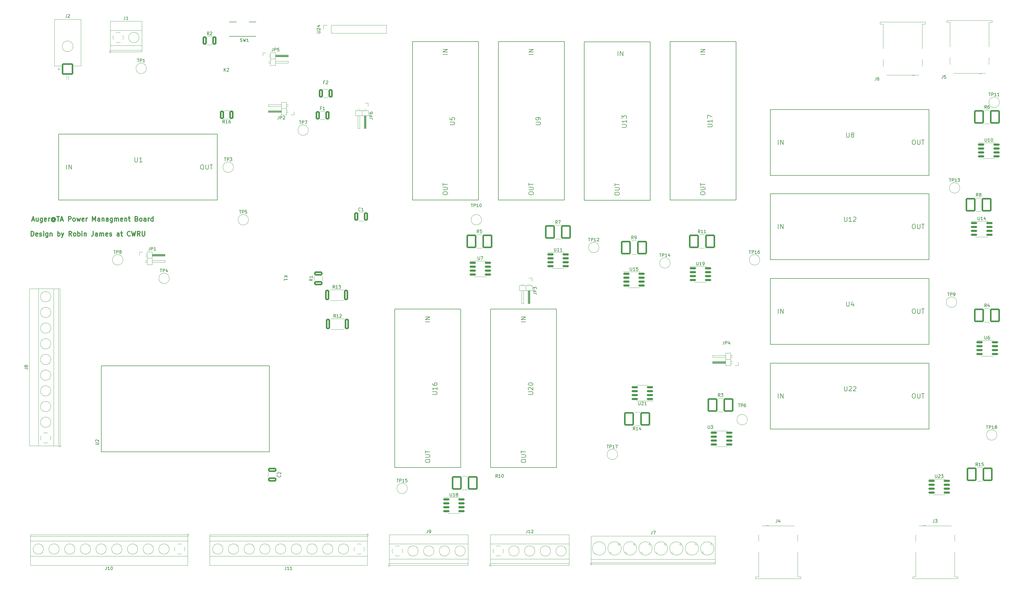
<source format=gto>
%TF.GenerationSoftware,KiCad,Pcbnew,6.0.2+dfsg-1*%
%TF.CreationDate,2022-08-26T13:51:31-04:00*%
%TF.ProjectId,augertapowermanagement,61756765-7274-4617-906f-7765726d616e,rev?*%
%TF.SameCoordinates,Original*%
%TF.FileFunction,Legend,Top*%
%TF.FilePolarity,Positive*%
%FSLAX46Y46*%
G04 Gerber Fmt 4.6, Leading zero omitted, Abs format (unit mm)*
G04 Created by KiCad (PCBNEW 6.0.2+dfsg-1) date 2022-08-26 13:51:31*
%MOMM*%
%LPD*%
G01*
G04 APERTURE LIST*
G04 Aperture macros list*
%AMRoundRect*
0 Rectangle with rounded corners*
0 $1 Rounding radius*
0 $2 $3 $4 $5 $6 $7 $8 $9 X,Y pos of 4 corners*
0 Add a 4 corners polygon primitive as box body*
4,1,4,$2,$3,$4,$5,$6,$7,$8,$9,$2,$3,0*
0 Add four circle primitives for the rounded corners*
1,1,$1+$1,$2,$3*
1,1,$1+$1,$4,$5*
1,1,$1+$1,$6,$7*
1,1,$1+$1,$8,$9*
0 Add four rect primitives between the rounded corners*
20,1,$1+$1,$2,$3,$4,$5,0*
20,1,$1+$1,$4,$5,$6,$7,0*
20,1,$1+$1,$6,$7,$8,$9,0*
20,1,$1+$1,$8,$9,$2,$3,0*%
G04 Aperture macros list end*
%ADD10C,0.300000*%
%ADD11C,0.150000*%
%ADD12C,0.120000*%
%ADD13C,0.127000*%
%ADD14R,4.572000X4.572000*%
%ADD15RoundRect,0.150000X-0.825000X-0.150000X0.825000X-0.150000X0.825000X0.150000X-0.825000X0.150000X0*%
%ADD16R,2.600000X2.600000*%
%ADD17C,2.600000*%
%ADD18C,3.000000*%
%ADD19R,1.350000X1.350000*%
%ADD20O,1.350000X1.350000*%
%ADD21RoundRect,0.250002X-1.599998X-1.599998X1.599998X-1.599998X1.599998X1.599998X-1.599998X1.599998X0*%
%ADD22C,3.700000*%
%ADD23RoundRect,0.250000X-1.350000X-1.975000X1.350000X-1.975000X1.350000X1.975000X-1.350000X1.975000X0*%
%ADD24C,2.400000*%
%ADD25RoundRect,0.250000X-0.412500X-1.100000X0.412500X-1.100000X0.412500X1.100000X-0.412500X1.100000X0*%
%ADD26RoundRect,0.250000X1.075000X-0.400000X1.075000X0.400000X-1.075000X0.400000X-1.075000X-0.400000X0*%
%ADD27RoundRect,0.250000X-0.400000X-1.075000X0.400000X-1.075000X0.400000X1.075000X-0.400000X1.075000X0*%
%ADD28RoundRect,0.250000X1.350000X1.975000X-1.350000X1.975000X-1.350000X-1.975000X1.350000X-1.975000X0*%
%ADD29RoundRect,0.250000X-1.100000X0.412500X-1.100000X-0.412500X1.100000X-0.412500X1.100000X0.412500X0*%
%ADD30R,1.500000X1.500000*%
%ADD31C,1.500000*%
%ADD32RoundRect,0.249999X-0.450001X-1.425001X0.450001X-1.425001X0.450001X1.425001X-0.450001X1.425001X0*%
%ADD33O,2.200000X3.500000*%
%ADD34R,1.500000X2.500000*%
%ADD35O,1.500000X2.500000*%
%ADD36R,1.700000X1.700000*%
%ADD37O,1.700000X1.700000*%
%ADD38RoundRect,0.250000X0.400000X1.075000X-0.400000X1.075000X-0.400000X-1.075000X0.400000X-1.075000X0*%
%ADD39R,1.560000X1.560000*%
%ADD40C,1.560000*%
%ADD41RoundRect,0.150000X0.825000X0.150000X-0.825000X0.150000X-0.825000X-0.150000X0.825000X-0.150000X0*%
G04 APERTURE END LIST*
D10*
X47799883Y-110278571D02*
X47799883Y-108778571D01*
X48157026Y-108778571D01*
X48371311Y-108850000D01*
X48514168Y-108992857D01*
X48585597Y-109135714D01*
X48657026Y-109421428D01*
X48657026Y-109635714D01*
X48585597Y-109921428D01*
X48514168Y-110064285D01*
X48371311Y-110207142D01*
X48157026Y-110278571D01*
X47799883Y-110278571D01*
X49871311Y-110207142D02*
X49728454Y-110278571D01*
X49442740Y-110278571D01*
X49299883Y-110207142D01*
X49228454Y-110064285D01*
X49228454Y-109492857D01*
X49299883Y-109350000D01*
X49442740Y-109278571D01*
X49728454Y-109278571D01*
X49871311Y-109350000D01*
X49942740Y-109492857D01*
X49942740Y-109635714D01*
X49228454Y-109778571D01*
X50514168Y-110207142D02*
X50657026Y-110278571D01*
X50942740Y-110278571D01*
X51085597Y-110207142D01*
X51157026Y-110064285D01*
X51157026Y-109992857D01*
X51085597Y-109850000D01*
X50942740Y-109778571D01*
X50728454Y-109778571D01*
X50585597Y-109707142D01*
X50514168Y-109564285D01*
X50514168Y-109492857D01*
X50585597Y-109350000D01*
X50728454Y-109278571D01*
X50942740Y-109278571D01*
X51085597Y-109350000D01*
X51799883Y-110278571D02*
X51799883Y-109278571D01*
X51799883Y-108778571D02*
X51728454Y-108850000D01*
X51799883Y-108921428D01*
X51871311Y-108850000D01*
X51799883Y-108778571D01*
X51799883Y-108921428D01*
X53157026Y-109278571D02*
X53157026Y-110492857D01*
X53085597Y-110635714D01*
X53014168Y-110707142D01*
X52871311Y-110778571D01*
X52657026Y-110778571D01*
X52514168Y-110707142D01*
X53157026Y-110207142D02*
X53014168Y-110278571D01*
X52728454Y-110278571D01*
X52585597Y-110207142D01*
X52514168Y-110135714D01*
X52442740Y-109992857D01*
X52442740Y-109564285D01*
X52514168Y-109421428D01*
X52585597Y-109350000D01*
X52728454Y-109278571D01*
X53014168Y-109278571D01*
X53157026Y-109350000D01*
X53871311Y-109278571D02*
X53871311Y-110278571D01*
X53871311Y-109421428D02*
X53942740Y-109350000D01*
X54085597Y-109278571D01*
X54299883Y-109278571D01*
X54442740Y-109350000D01*
X54514168Y-109492857D01*
X54514168Y-110278571D01*
X56371311Y-110278571D02*
X56371311Y-108778571D01*
X56371311Y-109350000D02*
X56514168Y-109278571D01*
X56799883Y-109278571D01*
X56942740Y-109350000D01*
X57014168Y-109421428D01*
X57085597Y-109564285D01*
X57085597Y-109992857D01*
X57014168Y-110135714D01*
X56942740Y-110207142D01*
X56799883Y-110278571D01*
X56514168Y-110278571D01*
X56371311Y-110207142D01*
X57585597Y-109278571D02*
X57942740Y-110278571D01*
X58299883Y-109278571D02*
X57942740Y-110278571D01*
X57799883Y-110635714D01*
X57728454Y-110707142D01*
X57585597Y-110778571D01*
X60871311Y-110278571D02*
X60371311Y-109564285D01*
X60014168Y-110278571D02*
X60014168Y-108778571D01*
X60585597Y-108778571D01*
X60728454Y-108850000D01*
X60799883Y-108921428D01*
X60871311Y-109064285D01*
X60871311Y-109278571D01*
X60799883Y-109421428D01*
X60728454Y-109492857D01*
X60585597Y-109564285D01*
X60014168Y-109564285D01*
X61728454Y-110278571D02*
X61585597Y-110207142D01*
X61514168Y-110135714D01*
X61442740Y-109992857D01*
X61442740Y-109564285D01*
X61514168Y-109421428D01*
X61585597Y-109350000D01*
X61728454Y-109278571D01*
X61942740Y-109278571D01*
X62085597Y-109350000D01*
X62157026Y-109421428D01*
X62228454Y-109564285D01*
X62228454Y-109992857D01*
X62157026Y-110135714D01*
X62085597Y-110207142D01*
X61942740Y-110278571D01*
X61728454Y-110278571D01*
X62871311Y-110278571D02*
X62871311Y-108778571D01*
X62871311Y-109350000D02*
X63014168Y-109278571D01*
X63299883Y-109278571D01*
X63442740Y-109350000D01*
X63514168Y-109421428D01*
X63585597Y-109564285D01*
X63585597Y-109992857D01*
X63514168Y-110135714D01*
X63442740Y-110207142D01*
X63299883Y-110278571D01*
X63014168Y-110278571D01*
X62871311Y-110207142D01*
X64228454Y-110278571D02*
X64228454Y-109278571D01*
X64228454Y-108778571D02*
X64157025Y-108850000D01*
X64228454Y-108921428D01*
X64299883Y-108850000D01*
X64228454Y-108778571D01*
X64228454Y-108921428D01*
X64942740Y-109278571D02*
X64942740Y-110278571D01*
X64942740Y-109421428D02*
X65014168Y-109350000D01*
X65157025Y-109278571D01*
X65371311Y-109278571D01*
X65514168Y-109350000D01*
X65585597Y-109492857D01*
X65585597Y-110278571D01*
X67871311Y-108778571D02*
X67871311Y-109850000D01*
X67799883Y-110064285D01*
X67657026Y-110207142D01*
X67442740Y-110278571D01*
X67299883Y-110278571D01*
X69228454Y-110278571D02*
X69228454Y-109492857D01*
X69157026Y-109350000D01*
X69014168Y-109278571D01*
X68728454Y-109278571D01*
X68585597Y-109350000D01*
X69228454Y-110207142D02*
X69085597Y-110278571D01*
X68728454Y-110278571D01*
X68585597Y-110207142D01*
X68514168Y-110064285D01*
X68514168Y-109921428D01*
X68585597Y-109778571D01*
X68728454Y-109707142D01*
X69085597Y-109707142D01*
X69228454Y-109635714D01*
X69942740Y-110278571D02*
X69942740Y-109278571D01*
X69942740Y-109421428D02*
X70014168Y-109350000D01*
X70157026Y-109278571D01*
X70371311Y-109278571D01*
X70514168Y-109350000D01*
X70585597Y-109492857D01*
X70585597Y-110278571D01*
X70585597Y-109492857D02*
X70657026Y-109350000D01*
X70799883Y-109278571D01*
X71014168Y-109278571D01*
X71157026Y-109350000D01*
X71228454Y-109492857D01*
X71228454Y-110278571D01*
X72514168Y-110207142D02*
X72371311Y-110278571D01*
X72085597Y-110278571D01*
X71942740Y-110207142D01*
X71871311Y-110064285D01*
X71871311Y-109492857D01*
X71942740Y-109350000D01*
X72085597Y-109278571D01*
X72371311Y-109278571D01*
X72514168Y-109350000D01*
X72585597Y-109492857D01*
X72585597Y-109635714D01*
X71871311Y-109778571D01*
X73157026Y-110207142D02*
X73299883Y-110278571D01*
X73585597Y-110278571D01*
X73728454Y-110207142D01*
X73799883Y-110064285D01*
X73799883Y-109992857D01*
X73728454Y-109850000D01*
X73585597Y-109778571D01*
X73371311Y-109778571D01*
X73228454Y-109707142D01*
X73157026Y-109564285D01*
X73157026Y-109492857D01*
X73228454Y-109350000D01*
X73371311Y-109278571D01*
X73585597Y-109278571D01*
X73728454Y-109350000D01*
X76228454Y-110278571D02*
X76228454Y-109492857D01*
X76157026Y-109350000D01*
X76014168Y-109278571D01*
X75728454Y-109278571D01*
X75585597Y-109350000D01*
X76228454Y-110207142D02*
X76085597Y-110278571D01*
X75728454Y-110278571D01*
X75585597Y-110207142D01*
X75514168Y-110064285D01*
X75514168Y-109921428D01*
X75585597Y-109778571D01*
X75728454Y-109707142D01*
X76085597Y-109707142D01*
X76228454Y-109635714D01*
X76728454Y-109278571D02*
X77299883Y-109278571D01*
X76942740Y-108778571D02*
X76942740Y-110064285D01*
X77014168Y-110207142D01*
X77157026Y-110278571D01*
X77299883Y-110278571D01*
X79799883Y-110135714D02*
X79728454Y-110207142D01*
X79514168Y-110278571D01*
X79371311Y-110278571D01*
X79157026Y-110207142D01*
X79014168Y-110064285D01*
X78942740Y-109921428D01*
X78871311Y-109635714D01*
X78871311Y-109421428D01*
X78942740Y-109135714D01*
X79014168Y-108992857D01*
X79157026Y-108850000D01*
X79371311Y-108778571D01*
X79514168Y-108778571D01*
X79728454Y-108850000D01*
X79799883Y-108921428D01*
X80299883Y-108778571D02*
X80657026Y-110278571D01*
X80942740Y-109207142D01*
X81228454Y-110278571D01*
X81585597Y-108778571D01*
X83014168Y-110278571D02*
X82514168Y-109564285D01*
X82157026Y-110278571D02*
X82157026Y-108778571D01*
X82728454Y-108778571D01*
X82871311Y-108850000D01*
X82942740Y-108921428D01*
X83014168Y-109064285D01*
X83014168Y-109278571D01*
X82942740Y-109421428D01*
X82871311Y-109492857D01*
X82728454Y-109564285D01*
X82157026Y-109564285D01*
X83657026Y-108778571D02*
X83657026Y-109992857D01*
X83728454Y-110135714D01*
X83799883Y-110207142D01*
X83942740Y-110278571D01*
X84228454Y-110278571D01*
X84371311Y-110207142D01*
X84442740Y-110135714D01*
X84514168Y-109992857D01*
X84514168Y-108778571D01*
X48049883Y-105050000D02*
X48764168Y-105050000D01*
X47907025Y-105478571D02*
X48407025Y-103978571D01*
X48907025Y-105478571D01*
X50049883Y-104478571D02*
X50049883Y-105478571D01*
X49407025Y-104478571D02*
X49407025Y-105264285D01*
X49478454Y-105407142D01*
X49621311Y-105478571D01*
X49835597Y-105478571D01*
X49978454Y-105407142D01*
X50049883Y-105335714D01*
X51407025Y-104478571D02*
X51407025Y-105692857D01*
X51335597Y-105835714D01*
X51264168Y-105907142D01*
X51121311Y-105978571D01*
X50907025Y-105978571D01*
X50764168Y-105907142D01*
X51407025Y-105407142D02*
X51264168Y-105478571D01*
X50978454Y-105478571D01*
X50835597Y-105407142D01*
X50764168Y-105335714D01*
X50692740Y-105192857D01*
X50692740Y-104764285D01*
X50764168Y-104621428D01*
X50835597Y-104550000D01*
X50978454Y-104478571D01*
X51264168Y-104478571D01*
X51407025Y-104550000D01*
X52692740Y-105407142D02*
X52549883Y-105478571D01*
X52264168Y-105478571D01*
X52121311Y-105407142D01*
X52049883Y-105264285D01*
X52049883Y-104692857D01*
X52121311Y-104550000D01*
X52264168Y-104478571D01*
X52549883Y-104478571D01*
X52692740Y-104550000D01*
X52764168Y-104692857D01*
X52764168Y-104835714D01*
X52049883Y-104978571D01*
X53407025Y-105478571D02*
X53407025Y-104478571D01*
X53407025Y-104764285D02*
X53478454Y-104621428D01*
X53549883Y-104550000D01*
X53692740Y-104478571D01*
X53835597Y-104478571D01*
X55264168Y-104764285D02*
X55192740Y-104692857D01*
X55049883Y-104621428D01*
X54907025Y-104621428D01*
X54764168Y-104692857D01*
X54692740Y-104764285D01*
X54621311Y-104907142D01*
X54621311Y-105050000D01*
X54692740Y-105192857D01*
X54764168Y-105264285D01*
X54907025Y-105335714D01*
X55049883Y-105335714D01*
X55192740Y-105264285D01*
X55264168Y-105192857D01*
X55264168Y-104621428D02*
X55264168Y-105192857D01*
X55335597Y-105264285D01*
X55407025Y-105264285D01*
X55549883Y-105192857D01*
X55621311Y-105050000D01*
X55621311Y-104692857D01*
X55478454Y-104478571D01*
X55264168Y-104335714D01*
X54978454Y-104264285D01*
X54692740Y-104335714D01*
X54478454Y-104478571D01*
X54335597Y-104692857D01*
X54264168Y-104978571D01*
X54335597Y-105264285D01*
X54478454Y-105478571D01*
X54692740Y-105621428D01*
X54978454Y-105692857D01*
X55264168Y-105621428D01*
X55478454Y-105478571D01*
X56049883Y-103978571D02*
X56907025Y-103978571D01*
X56478454Y-105478571D02*
X56478454Y-103978571D01*
X57335597Y-105050000D02*
X58049883Y-105050000D01*
X57192740Y-105478571D02*
X57692740Y-103978571D01*
X58192740Y-105478571D01*
X59835597Y-105478571D02*
X59835597Y-103978571D01*
X60407025Y-103978571D01*
X60549883Y-104050000D01*
X60621311Y-104121428D01*
X60692740Y-104264285D01*
X60692740Y-104478571D01*
X60621311Y-104621428D01*
X60549883Y-104692857D01*
X60407025Y-104764285D01*
X59835597Y-104764285D01*
X61549883Y-105478571D02*
X61407025Y-105407142D01*
X61335597Y-105335714D01*
X61264168Y-105192857D01*
X61264168Y-104764285D01*
X61335597Y-104621428D01*
X61407025Y-104550000D01*
X61549883Y-104478571D01*
X61764168Y-104478571D01*
X61907025Y-104550000D01*
X61978454Y-104621428D01*
X62049883Y-104764285D01*
X62049883Y-105192857D01*
X61978454Y-105335714D01*
X61907025Y-105407142D01*
X61764168Y-105478571D01*
X61549883Y-105478571D01*
X62549883Y-104478571D02*
X62835597Y-105478571D01*
X63121311Y-104764285D01*
X63407025Y-105478571D01*
X63692740Y-104478571D01*
X64835597Y-105407142D02*
X64692740Y-105478571D01*
X64407025Y-105478571D01*
X64264168Y-105407142D01*
X64192740Y-105264285D01*
X64192740Y-104692857D01*
X64264168Y-104550000D01*
X64407025Y-104478571D01*
X64692740Y-104478571D01*
X64835597Y-104550000D01*
X64907025Y-104692857D01*
X64907025Y-104835714D01*
X64192740Y-104978571D01*
X65549883Y-105478571D02*
X65549883Y-104478571D01*
X65549883Y-104764285D02*
X65621311Y-104621428D01*
X65692740Y-104550000D01*
X65835597Y-104478571D01*
X65978454Y-104478571D01*
X67621311Y-105478571D02*
X67621311Y-103978571D01*
X68121311Y-105050000D01*
X68621311Y-103978571D01*
X68621311Y-105478571D01*
X69978454Y-105478571D02*
X69978454Y-104692857D01*
X69907025Y-104550000D01*
X69764168Y-104478571D01*
X69478454Y-104478571D01*
X69335597Y-104550000D01*
X69978454Y-105407142D02*
X69835597Y-105478571D01*
X69478454Y-105478571D01*
X69335597Y-105407142D01*
X69264168Y-105264285D01*
X69264168Y-105121428D01*
X69335597Y-104978571D01*
X69478454Y-104907142D01*
X69835597Y-104907142D01*
X69978454Y-104835714D01*
X70692740Y-104478571D02*
X70692740Y-105478571D01*
X70692740Y-104621428D02*
X70764168Y-104550000D01*
X70907025Y-104478571D01*
X71121311Y-104478571D01*
X71264168Y-104550000D01*
X71335597Y-104692857D01*
X71335597Y-105478571D01*
X72692740Y-105478571D02*
X72692740Y-104692857D01*
X72621311Y-104550000D01*
X72478454Y-104478571D01*
X72192740Y-104478571D01*
X72049883Y-104550000D01*
X72692740Y-105407142D02*
X72549883Y-105478571D01*
X72192740Y-105478571D01*
X72049883Y-105407142D01*
X71978454Y-105264285D01*
X71978454Y-105121428D01*
X72049883Y-104978571D01*
X72192740Y-104907142D01*
X72549883Y-104907142D01*
X72692740Y-104835714D01*
X74049883Y-104478571D02*
X74049883Y-105692857D01*
X73978454Y-105835714D01*
X73907026Y-105907142D01*
X73764168Y-105978571D01*
X73549883Y-105978571D01*
X73407026Y-105907142D01*
X74049883Y-105407142D02*
X73907026Y-105478571D01*
X73621311Y-105478571D01*
X73478454Y-105407142D01*
X73407026Y-105335714D01*
X73335597Y-105192857D01*
X73335597Y-104764285D01*
X73407026Y-104621428D01*
X73478454Y-104550000D01*
X73621311Y-104478571D01*
X73907026Y-104478571D01*
X74049883Y-104550000D01*
X74764168Y-105478571D02*
X74764168Y-104478571D01*
X74764168Y-104621428D02*
X74835597Y-104550000D01*
X74978454Y-104478571D01*
X75192740Y-104478571D01*
X75335597Y-104550000D01*
X75407026Y-104692857D01*
X75407026Y-105478571D01*
X75407026Y-104692857D02*
X75478454Y-104550000D01*
X75621311Y-104478571D01*
X75835597Y-104478571D01*
X75978454Y-104550000D01*
X76049883Y-104692857D01*
X76049883Y-105478571D01*
X77335597Y-105407142D02*
X77192740Y-105478571D01*
X76907026Y-105478571D01*
X76764168Y-105407142D01*
X76692740Y-105264285D01*
X76692740Y-104692857D01*
X76764168Y-104550000D01*
X76907026Y-104478571D01*
X77192740Y-104478571D01*
X77335597Y-104550000D01*
X77407026Y-104692857D01*
X77407026Y-104835714D01*
X76692740Y-104978571D01*
X78049883Y-104478571D02*
X78049883Y-105478571D01*
X78049883Y-104621428D02*
X78121311Y-104550000D01*
X78264168Y-104478571D01*
X78478454Y-104478571D01*
X78621311Y-104550000D01*
X78692740Y-104692857D01*
X78692740Y-105478571D01*
X79192740Y-104478571D02*
X79764168Y-104478571D01*
X79407026Y-103978571D02*
X79407026Y-105264285D01*
X79478454Y-105407142D01*
X79621311Y-105478571D01*
X79764168Y-105478571D01*
X81907026Y-104692857D02*
X82121311Y-104764285D01*
X82192740Y-104835714D01*
X82264168Y-104978571D01*
X82264168Y-105192857D01*
X82192740Y-105335714D01*
X82121311Y-105407142D01*
X81978454Y-105478571D01*
X81407026Y-105478571D01*
X81407026Y-103978571D01*
X81907026Y-103978571D01*
X82049883Y-104050000D01*
X82121311Y-104121428D01*
X82192740Y-104264285D01*
X82192740Y-104407142D01*
X82121311Y-104550000D01*
X82049883Y-104621428D01*
X81907026Y-104692857D01*
X81407026Y-104692857D01*
X83121311Y-105478571D02*
X82978454Y-105407142D01*
X82907026Y-105335714D01*
X82835597Y-105192857D01*
X82835597Y-104764285D01*
X82907026Y-104621428D01*
X82978454Y-104550000D01*
X83121311Y-104478571D01*
X83335597Y-104478571D01*
X83478454Y-104550000D01*
X83549883Y-104621428D01*
X83621311Y-104764285D01*
X83621311Y-105192857D01*
X83549883Y-105335714D01*
X83478454Y-105407142D01*
X83335597Y-105478571D01*
X83121311Y-105478571D01*
X84907026Y-105478571D02*
X84907026Y-104692857D01*
X84835597Y-104550000D01*
X84692740Y-104478571D01*
X84407026Y-104478571D01*
X84264168Y-104550000D01*
X84907026Y-105407142D02*
X84764168Y-105478571D01*
X84407026Y-105478571D01*
X84264168Y-105407142D01*
X84192740Y-105264285D01*
X84192740Y-105121428D01*
X84264168Y-104978571D01*
X84407026Y-104907142D01*
X84764168Y-104907142D01*
X84907026Y-104835714D01*
X85621311Y-105478571D02*
X85621311Y-104478571D01*
X85621311Y-104764285D02*
X85692740Y-104621428D01*
X85764168Y-104550000D01*
X85907026Y-104478571D01*
X86049883Y-104478571D01*
X87192740Y-105478571D02*
X87192740Y-103978571D01*
X87192740Y-105407142D02*
X87049883Y-105478571D01*
X86764168Y-105478571D01*
X86621311Y-105407142D01*
X86549883Y-105335714D01*
X86478454Y-105192857D01*
X86478454Y-104764285D01*
X86549883Y-104621428D01*
X86621311Y-104550000D01*
X86764168Y-104478571D01*
X87049883Y-104478571D01*
X87192740Y-104550000D01*
D11*
%TO.C,U14*%
X353990930Y-104082380D02*
X353990930Y-104891904D01*
X354038549Y-104987142D01*
X354086168Y-105034761D01*
X354181406Y-105082380D01*
X354371883Y-105082380D01*
X354467121Y-105034761D01*
X354514740Y-104987142D01*
X354562359Y-104891904D01*
X354562359Y-104082380D01*
X355562359Y-105082380D02*
X354990930Y-105082380D01*
X355276645Y-105082380D02*
X355276645Y-104082380D01*
X355181406Y-104225238D01*
X355086168Y-104320476D01*
X354990930Y-104368095D01*
X356419502Y-104415714D02*
X356419502Y-105082380D01*
X356181406Y-104034761D02*
X355943311Y-104749047D01*
X356562359Y-104749047D01*
%TO.C,J10*%
X72135502Y-217363380D02*
X72135502Y-218077666D01*
X72087883Y-218220523D01*
X71992645Y-218315761D01*
X71849787Y-218363380D01*
X71754549Y-218363380D01*
X73135502Y-218363380D02*
X72564073Y-218363380D01*
X72849787Y-218363380D02*
X72849787Y-217363380D01*
X72754549Y-217506238D01*
X72659311Y-217601476D01*
X72564073Y-217649095D01*
X73754549Y-217363380D02*
X73849787Y-217363380D01*
X73945026Y-217411000D01*
X73992645Y-217458619D01*
X74040264Y-217553857D01*
X74087883Y-217744333D01*
X74087883Y-217982428D01*
X74040264Y-218172904D01*
X73992645Y-218268142D01*
X73945026Y-218315761D01*
X73849787Y-218363380D01*
X73754549Y-218363380D01*
X73659311Y-218315761D01*
X73611692Y-218268142D01*
X73564073Y-218172904D01*
X73516454Y-217982428D01*
X73516454Y-217744333D01*
X73564073Y-217553857D01*
X73611692Y-217458619D01*
X73659311Y-217411000D01*
X73754549Y-217363380D01*
%TO.C,TP6*%
X276495121Y-164624380D02*
X277066549Y-164624380D01*
X276780835Y-165624380D02*
X276780835Y-164624380D01*
X277399883Y-165624380D02*
X277399883Y-164624380D01*
X277780835Y-164624380D01*
X277876073Y-164672000D01*
X277923692Y-164719619D01*
X277971311Y-164814857D01*
X277971311Y-164957714D01*
X277923692Y-165052952D01*
X277876073Y-165100571D01*
X277780835Y-165148190D01*
X277399883Y-165148190D01*
X278828454Y-164624380D02*
X278637978Y-164624380D01*
X278542740Y-164672000D01*
X278495121Y-164719619D01*
X278399883Y-164862476D01*
X278352264Y-165052952D01*
X278352264Y-165433904D01*
X278399883Y-165529142D01*
X278447502Y-165576761D01*
X278542740Y-165624380D01*
X278733216Y-165624380D01*
X278828454Y-165576761D01*
X278876073Y-165529142D01*
X278923692Y-165433904D01*
X278923692Y-165195809D01*
X278876073Y-165100571D01*
X278828454Y-165052952D01*
X278733216Y-165005333D01*
X278542740Y-165005333D01*
X278447502Y-165052952D01*
X278399883Y-165100571D01*
X278352264Y-165195809D01*
%TO.C,JP5*%
X125959692Y-49404380D02*
X125959692Y-50118666D01*
X125912073Y-50261523D01*
X125816835Y-50356761D01*
X125673978Y-50404380D01*
X125578740Y-50404380D01*
X126435883Y-50404380D02*
X126435883Y-49404380D01*
X126816835Y-49404380D01*
X126912073Y-49452000D01*
X126959692Y-49499619D01*
X127007311Y-49594857D01*
X127007311Y-49737714D01*
X126959692Y-49832952D01*
X126912073Y-49880571D01*
X126816835Y-49928190D01*
X126435883Y-49928190D01*
X127912073Y-49404380D02*
X127435883Y-49404380D01*
X127388264Y-49880571D01*
X127435883Y-49832952D01*
X127531121Y-49785333D01*
X127769216Y-49785333D01*
X127864454Y-49832952D01*
X127912073Y-49880571D01*
X127959692Y-49975809D01*
X127959692Y-50213904D01*
X127912073Y-50309142D01*
X127864454Y-50356761D01*
X127769216Y-50404380D01*
X127531121Y-50404380D01*
X127435883Y-50356761D01*
X127388264Y-50309142D01*
%TO.C,J2*%
X59223692Y-38527380D02*
X59223692Y-39241666D01*
X59176073Y-39384523D01*
X59080835Y-39479761D01*
X58937978Y-39527380D01*
X58842740Y-39527380D01*
X59652264Y-38622619D02*
X59699883Y-38575000D01*
X59795121Y-38527380D01*
X60033216Y-38527380D01*
X60128454Y-38575000D01*
X60176073Y-38622619D01*
X60223692Y-38717857D01*
X60223692Y-38813095D01*
X60176073Y-38955952D01*
X59604645Y-39527380D01*
X60223692Y-39527380D01*
%TO.C,U8*%
X311515768Y-76841771D02*
X311515768Y-78056057D01*
X311587197Y-78198914D01*
X311658626Y-78270342D01*
X311801483Y-78341771D01*
X312087197Y-78341771D01*
X312230054Y-78270342D01*
X312301483Y-78198914D01*
X312372911Y-78056057D01*
X312372911Y-76841771D01*
X313301483Y-77484628D02*
X313158626Y-77413200D01*
X313087197Y-77341771D01*
X313015768Y-77198914D01*
X313015768Y-77127485D01*
X313087197Y-76984628D01*
X313158626Y-76913200D01*
X313301483Y-76841771D01*
X313587197Y-76841771D01*
X313730054Y-76913200D01*
X313801483Y-76984628D01*
X313872911Y-77127485D01*
X313872911Y-77198914D01*
X313801483Y-77341771D01*
X313730054Y-77413200D01*
X313587197Y-77484628D01*
X313301483Y-77484628D01*
X313158626Y-77556057D01*
X313087197Y-77627485D01*
X313015768Y-77770342D01*
X313015768Y-78056057D01*
X313087197Y-78198914D01*
X313158626Y-78270342D01*
X313301483Y-78341771D01*
X313587197Y-78341771D01*
X313730054Y-78270342D01*
X313801483Y-78198914D01*
X313872911Y-78056057D01*
X313872911Y-77770342D01*
X313801483Y-77627485D01*
X313730054Y-77556057D01*
X313587197Y-77484628D01*
X333155026Y-79178571D02*
X333440740Y-79178571D01*
X333583597Y-79250000D01*
X333726454Y-79392857D01*
X333797883Y-79678571D01*
X333797883Y-80178571D01*
X333726454Y-80464285D01*
X333583597Y-80607142D01*
X333440740Y-80678571D01*
X333155026Y-80678571D01*
X333012168Y-80607142D01*
X332869311Y-80464285D01*
X332797883Y-80178571D01*
X332797883Y-79678571D01*
X332869311Y-79392857D01*
X333012168Y-79250000D01*
X333155026Y-79178571D01*
X334440740Y-79178571D02*
X334440740Y-80392857D01*
X334512168Y-80535714D01*
X334583597Y-80607142D01*
X334726454Y-80678571D01*
X335012168Y-80678571D01*
X335155026Y-80607142D01*
X335226454Y-80535714D01*
X335297883Y-80392857D01*
X335297883Y-79178571D01*
X335797883Y-79178571D02*
X336655026Y-79178571D01*
X336226454Y-80678571D02*
X336226454Y-79178571D01*
X289419311Y-80678571D02*
X289419311Y-79178571D01*
X290133597Y-80678571D02*
X290133597Y-79178571D01*
X290990740Y-80678571D01*
X290990740Y-79178571D01*
%TO.C,J9*%
X176022692Y-205453380D02*
X176022692Y-206167666D01*
X175975073Y-206310523D01*
X175879835Y-206405761D01*
X175736978Y-206453380D01*
X175641740Y-206453380D01*
X176546502Y-206453380D02*
X176736978Y-206453380D01*
X176832216Y-206405761D01*
X176879835Y-206358142D01*
X176975073Y-206215285D01*
X177022692Y-206024809D01*
X177022692Y-205643857D01*
X176975073Y-205548619D01*
X176927454Y-205501000D01*
X176832216Y-205453380D01*
X176641740Y-205453380D01*
X176546502Y-205501000D01*
X176498883Y-205548619D01*
X176451264Y-205643857D01*
X176451264Y-205881952D01*
X176498883Y-205977190D01*
X176546502Y-206024809D01*
X176641740Y-206072428D01*
X176832216Y-206072428D01*
X176927454Y-206024809D01*
X176975073Y-205977190D01*
X177022692Y-205881952D01*
%TO.C,R15*%
X353922168Y-184728380D02*
X353588835Y-184252190D01*
X353350740Y-184728380D02*
X353350740Y-183728380D01*
X353731692Y-183728380D01*
X353826930Y-183776000D01*
X353874549Y-183823619D01*
X353922168Y-183918857D01*
X353922168Y-184061714D01*
X353874549Y-184156952D01*
X353826930Y-184204571D01*
X353731692Y-184252190D01*
X353350740Y-184252190D01*
X354874549Y-184728380D02*
X354303121Y-184728380D01*
X354588835Y-184728380D02*
X354588835Y-183728380D01*
X354493597Y-183871238D01*
X354398359Y-183966476D01*
X354303121Y-184014095D01*
X355779311Y-183728380D02*
X355303121Y-183728380D01*
X355255502Y-184204571D01*
X355303121Y-184156952D01*
X355398359Y-184109333D01*
X355636454Y-184109333D01*
X355731692Y-184156952D01*
X355779311Y-184204571D01*
X355826930Y-184299809D01*
X355826930Y-184537904D01*
X355779311Y-184633142D01*
X355731692Y-184680761D01*
X355636454Y-184728380D01*
X355398359Y-184728380D01*
X355303121Y-184680761D01*
X355255502Y-184633142D01*
%TO.C,TP9*%
X344203121Y-128660380D02*
X344774549Y-128660380D01*
X344488835Y-129660380D02*
X344488835Y-128660380D01*
X345107883Y-129660380D02*
X345107883Y-128660380D01*
X345488835Y-128660380D01*
X345584073Y-128708000D01*
X345631692Y-128755619D01*
X345679311Y-128850857D01*
X345679311Y-128993714D01*
X345631692Y-129088952D01*
X345584073Y-129136571D01*
X345488835Y-129184190D01*
X345107883Y-129184190D01*
X346155502Y-129660380D02*
X346345978Y-129660380D01*
X346441216Y-129612761D01*
X346488835Y-129565142D01*
X346584073Y-129422285D01*
X346631692Y-129231809D01*
X346631692Y-128850857D01*
X346584073Y-128755619D01*
X346536454Y-128708000D01*
X346441216Y-128660380D01*
X346250740Y-128660380D01*
X346155502Y-128708000D01*
X346107883Y-128755619D01*
X346060264Y-128850857D01*
X346060264Y-129088952D01*
X346107883Y-129184190D01*
X346155502Y-129231809D01*
X346250740Y-129279428D01*
X346441216Y-129279428D01*
X346536454Y-129231809D01*
X346584073Y-129184190D01*
X346631692Y-129088952D01*
%TO.C,R3*%
X270590359Y-162272380D02*
X270257026Y-161796190D01*
X270018930Y-162272380D02*
X270018930Y-161272380D01*
X270399883Y-161272380D01*
X270495121Y-161320000D01*
X270542740Y-161367619D01*
X270590359Y-161462857D01*
X270590359Y-161605714D01*
X270542740Y-161700952D01*
X270495121Y-161748571D01*
X270399883Y-161796190D01*
X270018930Y-161796190D01*
X270923692Y-161272380D02*
X271542740Y-161272380D01*
X271209406Y-161653333D01*
X271352264Y-161653333D01*
X271447502Y-161700952D01*
X271495121Y-161748571D01*
X271542740Y-161843809D01*
X271542740Y-162081904D01*
X271495121Y-162177142D01*
X271447502Y-162224761D01*
X271352264Y-162272380D01*
X271066549Y-162272380D01*
X270971311Y-162224761D01*
X270923692Y-162177142D01*
%TO.C,U3*%
X266695121Y-171652380D02*
X266695121Y-172461904D01*
X266742740Y-172557142D01*
X266790359Y-172604761D01*
X266885597Y-172652380D01*
X267076073Y-172652380D01*
X267171311Y-172604761D01*
X267218930Y-172557142D01*
X267266549Y-172461904D01*
X267266549Y-171652380D01*
X267647502Y-171652380D02*
X268266549Y-171652380D01*
X267933216Y-172033333D01*
X268076073Y-172033333D01*
X268171311Y-172080952D01*
X268218930Y-172128571D01*
X268266549Y-172223809D01*
X268266549Y-172461904D01*
X268218930Y-172557142D01*
X268171311Y-172604761D01*
X268076073Y-172652380D01*
X267790359Y-172652380D01*
X267695121Y-172604761D01*
X267647502Y-172557142D01*
%TO.C,K1*%
X129678645Y-123161904D02*
X130678645Y-123161904D01*
X129678645Y-123733333D02*
X130250073Y-123304761D01*
X130678645Y-123733333D02*
X130107216Y-123161904D01*
X129678645Y-124685714D02*
X129678645Y-124114285D01*
X129678645Y-124400000D02*
X130678645Y-124400000D01*
X130535787Y-124304761D01*
X130440549Y-124209523D01*
X130392930Y-124114285D01*
%TO.C,U9*%
X211043063Y-74244457D02*
X212257349Y-74244457D01*
X212400206Y-74173028D01*
X212471634Y-74101600D01*
X212543063Y-73958742D01*
X212543063Y-73673028D01*
X212471634Y-73530171D01*
X212400206Y-73458742D01*
X212257349Y-73387314D01*
X211043063Y-73387314D01*
X212543063Y-72601600D02*
X212543063Y-72315885D01*
X212471634Y-72173028D01*
X212400206Y-72101600D01*
X212185920Y-71958742D01*
X211900206Y-71887314D01*
X211328777Y-71887314D01*
X211185920Y-71958742D01*
X211114492Y-72030171D01*
X211043063Y-72173028D01*
X211043063Y-72458742D01*
X211114492Y-72601600D01*
X211185920Y-72673028D01*
X211328777Y-72744457D01*
X211685920Y-72744457D01*
X211828777Y-72673028D01*
X211900206Y-72601600D01*
X211971634Y-72458742D01*
X211971634Y-72173028D01*
X211900206Y-72030171D01*
X211828777Y-71958742D01*
X211685920Y-71887314D01*
X210206263Y-51433714D02*
X208706263Y-51433714D01*
X210206263Y-50719428D02*
X208706263Y-50719428D01*
X210206263Y-49862285D01*
X208706263Y-49862285D01*
X208706263Y-96598000D02*
X208706263Y-96312285D01*
X208777692Y-96169428D01*
X208920549Y-96026571D01*
X209206263Y-95955142D01*
X209706263Y-95955142D01*
X209991977Y-96026571D01*
X210134834Y-96169428D01*
X210206263Y-96312285D01*
X210206263Y-96598000D01*
X210134834Y-96740857D01*
X209991977Y-96883714D01*
X209706263Y-96955142D01*
X209206263Y-96955142D01*
X208920549Y-96883714D01*
X208777692Y-96740857D01*
X208706263Y-96598000D01*
X208706263Y-95312285D02*
X209920549Y-95312285D01*
X210063406Y-95240857D01*
X210134834Y-95169428D01*
X210206263Y-95026571D01*
X210206263Y-94740857D01*
X210134834Y-94598000D01*
X210063406Y-94526571D01*
X209920549Y-94455142D01*
X208706263Y-94455142D01*
X208706263Y-93955142D02*
X208706263Y-93098000D01*
X210206263Y-93526571D02*
X208706263Y-93526571D01*
%TO.C,TP12*%
X228018930Y-110954380D02*
X228590359Y-110954380D01*
X228304645Y-111954380D02*
X228304645Y-110954380D01*
X228923692Y-111954380D02*
X228923692Y-110954380D01*
X229304645Y-110954380D01*
X229399883Y-111002000D01*
X229447502Y-111049619D01*
X229495121Y-111144857D01*
X229495121Y-111287714D01*
X229447502Y-111382952D01*
X229399883Y-111430571D01*
X229304645Y-111478190D01*
X228923692Y-111478190D01*
X230447502Y-111954380D02*
X229876073Y-111954380D01*
X230161787Y-111954380D02*
X230161787Y-110954380D01*
X230066549Y-111097238D01*
X229971311Y-111192476D01*
X229876073Y-111240095D01*
X230828454Y-111049619D02*
X230876073Y-111002000D01*
X230971311Y-110954380D01*
X231209406Y-110954380D01*
X231304645Y-111002000D01*
X231352264Y-111049619D01*
X231399883Y-111144857D01*
X231399883Y-111240095D01*
X231352264Y-111382952D01*
X230780835Y-111954380D01*
X231399883Y-111954380D01*
%TO.C,U12*%
X310801483Y-104109771D02*
X310801483Y-105324057D01*
X310872911Y-105466914D01*
X310944340Y-105538342D01*
X311087197Y-105609771D01*
X311372911Y-105609771D01*
X311515768Y-105538342D01*
X311587197Y-105466914D01*
X311658626Y-105324057D01*
X311658626Y-104109771D01*
X313158626Y-105609771D02*
X312301483Y-105609771D01*
X312730054Y-105609771D02*
X312730054Y-104109771D01*
X312587197Y-104324057D01*
X312444340Y-104466914D01*
X312301483Y-104538342D01*
X313730054Y-104252628D02*
X313801483Y-104181200D01*
X313944340Y-104109771D01*
X314301483Y-104109771D01*
X314444340Y-104181200D01*
X314515768Y-104252628D01*
X314587197Y-104395485D01*
X314587197Y-104538342D01*
X314515768Y-104752628D01*
X313658626Y-105609771D01*
X314587197Y-105609771D01*
X289419311Y-107946571D02*
X289419311Y-106446571D01*
X290133597Y-107946571D02*
X290133597Y-106446571D01*
X290990740Y-107946571D01*
X290990740Y-106446571D01*
X333155026Y-106446571D02*
X333440740Y-106446571D01*
X333583597Y-106518000D01*
X333726454Y-106660857D01*
X333797883Y-106946571D01*
X333797883Y-107446571D01*
X333726454Y-107732285D01*
X333583597Y-107875142D01*
X333440740Y-107946571D01*
X333155026Y-107946571D01*
X333012168Y-107875142D01*
X332869311Y-107732285D01*
X332797883Y-107446571D01*
X332797883Y-106946571D01*
X332869311Y-106660857D01*
X333012168Y-106518000D01*
X333155026Y-106446571D01*
X334440740Y-106446571D02*
X334440740Y-107660857D01*
X334512168Y-107803714D01*
X334583597Y-107875142D01*
X334726454Y-107946571D01*
X335012168Y-107946571D01*
X335155026Y-107875142D01*
X335226454Y-107803714D01*
X335297883Y-107660857D01*
X335297883Y-106446571D01*
X335797883Y-106446571D02*
X336655026Y-106446571D01*
X336226454Y-107946571D02*
X336226454Y-106446571D01*
%TO.C,R7*%
X217990359Y-106272380D02*
X217657026Y-105796190D01*
X217418930Y-106272380D02*
X217418930Y-105272380D01*
X217799883Y-105272380D01*
X217895121Y-105320000D01*
X217942740Y-105367619D01*
X217990359Y-105462857D01*
X217990359Y-105605714D01*
X217942740Y-105700952D01*
X217895121Y-105748571D01*
X217799883Y-105796190D01*
X217418930Y-105796190D01*
X218323692Y-105272380D02*
X218990359Y-105272380D01*
X218561787Y-106272380D01*
%TO.C,C1*%
X154312359Y-102063142D02*
X154264740Y-102110761D01*
X154121883Y-102158380D01*
X154026645Y-102158380D01*
X153883787Y-102110761D01*
X153788549Y-102015523D01*
X153740930Y-101920285D01*
X153693311Y-101729809D01*
X153693311Y-101586952D01*
X153740930Y-101396476D01*
X153788549Y-101301238D01*
X153883787Y-101206000D01*
X154026645Y-101158380D01*
X154121883Y-101158380D01*
X154264740Y-101206000D01*
X154312359Y-101253619D01*
X155264740Y-102158380D02*
X154693311Y-102158380D01*
X154979026Y-102158380D02*
X154979026Y-101158380D01*
X154883787Y-101301238D01*
X154788549Y-101396476D01*
X154693311Y-101444095D01*
%TO.C,R1*%
X138803406Y-124166666D02*
X138327216Y-124500000D01*
X138803406Y-124738095D02*
X137803406Y-124738095D01*
X137803406Y-124357142D01*
X137851026Y-124261904D01*
X137898645Y-124214285D01*
X137993883Y-124166666D01*
X138136740Y-124166666D01*
X138231978Y-124214285D01*
X138279597Y-124261904D01*
X138327216Y-124357142D01*
X138327216Y-124738095D01*
X138803406Y-123214285D02*
X138803406Y-123785714D01*
X138803406Y-123500000D02*
X137803406Y-123500000D01*
X137946264Y-123595238D01*
X138041502Y-123690476D01*
X138089121Y-123785714D01*
%TO.C,U4*%
X311515768Y-131541771D02*
X311515768Y-132756057D01*
X311587197Y-132898914D01*
X311658626Y-132970342D01*
X311801483Y-133041771D01*
X312087197Y-133041771D01*
X312230054Y-132970342D01*
X312301483Y-132898914D01*
X312372911Y-132756057D01*
X312372911Y-131541771D01*
X313730054Y-132041771D02*
X313730054Y-133041771D01*
X313372911Y-131470342D02*
X313015768Y-132541771D01*
X313944340Y-132541771D01*
X333155026Y-133878571D02*
X333440740Y-133878571D01*
X333583597Y-133950000D01*
X333726454Y-134092857D01*
X333797883Y-134378571D01*
X333797883Y-134878571D01*
X333726454Y-135164285D01*
X333583597Y-135307142D01*
X333440740Y-135378571D01*
X333155026Y-135378571D01*
X333012168Y-135307142D01*
X332869311Y-135164285D01*
X332797883Y-134878571D01*
X332797883Y-134378571D01*
X332869311Y-134092857D01*
X333012168Y-133950000D01*
X333155026Y-133878571D01*
X334440740Y-133878571D02*
X334440740Y-135092857D01*
X334512168Y-135235714D01*
X334583597Y-135307142D01*
X334726454Y-135378571D01*
X335012168Y-135378571D01*
X335155026Y-135307142D01*
X335226454Y-135235714D01*
X335297883Y-135092857D01*
X335297883Y-133878571D01*
X335797883Y-133878571D02*
X336655026Y-133878571D01*
X336226454Y-135378571D02*
X336226454Y-133878571D01*
X289419311Y-135378571D02*
X289419311Y-133878571D01*
X290133597Y-135378571D02*
X290133597Y-133878571D01*
X290990740Y-135378571D01*
X290990740Y-133878571D01*
%TO.C,TP7*%
X134495121Y-72954380D02*
X135066549Y-72954380D01*
X134780835Y-73954380D02*
X134780835Y-72954380D01*
X135399883Y-73954380D02*
X135399883Y-72954380D01*
X135780835Y-72954380D01*
X135876073Y-73002000D01*
X135923692Y-73049619D01*
X135971311Y-73144857D01*
X135971311Y-73287714D01*
X135923692Y-73382952D01*
X135876073Y-73430571D01*
X135780835Y-73478190D01*
X135399883Y-73478190D01*
X136304645Y-72954380D02*
X136971311Y-72954380D01*
X136542740Y-73954380D01*
%TO.C,TP3*%
X110238095Y-84954380D02*
X110809523Y-84954380D01*
X110523809Y-85954380D02*
X110523809Y-84954380D01*
X111142857Y-85954380D02*
X111142857Y-84954380D01*
X111523809Y-84954380D01*
X111619047Y-85002000D01*
X111666666Y-85049619D01*
X111714285Y-85144857D01*
X111714285Y-85287714D01*
X111666666Y-85382952D01*
X111619047Y-85430571D01*
X111523809Y-85478190D01*
X111142857Y-85478190D01*
X112047619Y-84954380D02*
X112666666Y-84954380D01*
X112333333Y-85335333D01*
X112476190Y-85335333D01*
X112571428Y-85382952D01*
X112619047Y-85430571D01*
X112666666Y-85525809D01*
X112666666Y-85763904D01*
X112619047Y-85859142D01*
X112571428Y-85906761D01*
X112476190Y-85954380D01*
X112190476Y-85954380D01*
X112095238Y-85906761D01*
X112047619Y-85859142D01*
%TO.C,R5*%
X192590359Y-109272380D02*
X192257026Y-108796190D01*
X192018930Y-109272380D02*
X192018930Y-108272380D01*
X192399883Y-108272380D01*
X192495121Y-108320000D01*
X192542740Y-108367619D01*
X192590359Y-108462857D01*
X192590359Y-108605714D01*
X192542740Y-108700952D01*
X192495121Y-108748571D01*
X192399883Y-108796190D01*
X192018930Y-108796190D01*
X193495121Y-108272380D02*
X193018930Y-108272380D01*
X192971311Y-108748571D01*
X193018930Y-108700952D01*
X193114168Y-108653333D01*
X193352264Y-108653333D01*
X193447502Y-108700952D01*
X193495121Y-108748571D01*
X193542740Y-108843809D01*
X193542740Y-109081904D01*
X193495121Y-109177142D01*
X193447502Y-109224761D01*
X193352264Y-109272380D01*
X193114168Y-109272380D01*
X193018930Y-109224761D01*
X192971311Y-109177142D01*
%TO.C,TP5*%
X115117121Y-101976380D02*
X115688549Y-101976380D01*
X115402835Y-102976380D02*
X115402835Y-101976380D01*
X116021883Y-102976380D02*
X116021883Y-101976380D01*
X116402835Y-101976380D01*
X116498073Y-102024000D01*
X116545692Y-102071619D01*
X116593311Y-102166857D01*
X116593311Y-102309714D01*
X116545692Y-102404952D01*
X116498073Y-102452571D01*
X116402835Y-102500190D01*
X116021883Y-102500190D01*
X117498073Y-101976380D02*
X117021883Y-101976380D01*
X116974264Y-102452571D01*
X117021883Y-102404952D01*
X117117121Y-102357333D01*
X117355216Y-102357333D01*
X117450454Y-102404952D01*
X117498073Y-102452571D01*
X117545692Y-102547809D01*
X117545692Y-102785904D01*
X117498073Y-102881142D01*
X117450454Y-102928761D01*
X117355216Y-102976380D01*
X117117121Y-102976380D01*
X117021883Y-102928761D01*
X116974264Y-102881142D01*
%TO.C,R2*%
X105283333Y-45172380D02*
X104950000Y-44696190D01*
X104711904Y-45172380D02*
X104711904Y-44172380D01*
X105092857Y-44172380D01*
X105188095Y-44220000D01*
X105235714Y-44267619D01*
X105283333Y-44362857D01*
X105283333Y-44505714D01*
X105235714Y-44600952D01*
X105188095Y-44648571D01*
X105092857Y-44696190D01*
X104711904Y-44696190D01*
X105664285Y-44267619D02*
X105711904Y-44220000D01*
X105807142Y-44172380D01*
X106045238Y-44172380D01*
X106140476Y-44220000D01*
X106188095Y-44267619D01*
X106235714Y-44362857D01*
X106235714Y-44458095D01*
X106188095Y-44600952D01*
X105616666Y-45172380D01*
X106235714Y-45172380D01*
%TO.C,U5*%
X183272397Y-74244457D02*
X184486683Y-74244457D01*
X184629540Y-74173028D01*
X184700968Y-74101600D01*
X184772397Y-73958742D01*
X184772397Y-73673028D01*
X184700968Y-73530171D01*
X184629540Y-73458742D01*
X184486683Y-73387314D01*
X183272397Y-73387314D01*
X183272397Y-71958742D02*
X183272397Y-72673028D01*
X183986683Y-72744457D01*
X183915254Y-72673028D01*
X183843826Y-72530171D01*
X183843826Y-72173028D01*
X183915254Y-72030171D01*
X183986683Y-71958742D01*
X184129540Y-71887314D01*
X184486683Y-71887314D01*
X184629540Y-71958742D01*
X184700968Y-72030171D01*
X184772397Y-72173028D01*
X184772397Y-72530171D01*
X184700968Y-72673028D01*
X184629540Y-72744457D01*
X182435597Y-51433714D02*
X180935597Y-51433714D01*
X182435597Y-50719428D02*
X180935597Y-50719428D01*
X182435597Y-49862285D01*
X180935597Y-49862285D01*
X180935597Y-96598000D02*
X180935597Y-96312285D01*
X181007026Y-96169428D01*
X181149883Y-96026571D01*
X181435597Y-95955142D01*
X181935597Y-95955142D01*
X182221311Y-96026571D01*
X182364168Y-96169428D01*
X182435597Y-96312285D01*
X182435597Y-96598000D01*
X182364168Y-96740857D01*
X182221311Y-96883714D01*
X181935597Y-96955142D01*
X181435597Y-96955142D01*
X181149883Y-96883714D01*
X181007026Y-96740857D01*
X180935597Y-96598000D01*
X180935597Y-95312285D02*
X182149883Y-95312285D01*
X182292740Y-95240857D01*
X182364168Y-95169428D01*
X182435597Y-95026571D01*
X182435597Y-94740857D01*
X182364168Y-94598000D01*
X182292740Y-94526571D01*
X182149883Y-94455142D01*
X180935597Y-94455142D01*
X180935597Y-93955142D02*
X180935597Y-93098000D01*
X182435597Y-93526571D02*
X180935597Y-93526571D01*
%TO.C,TP16*%
X280018930Y-114954380D02*
X280590359Y-114954380D01*
X280304645Y-115954380D02*
X280304645Y-114954380D01*
X280923692Y-115954380D02*
X280923692Y-114954380D01*
X281304645Y-114954380D01*
X281399883Y-115002000D01*
X281447502Y-115049619D01*
X281495121Y-115144857D01*
X281495121Y-115287714D01*
X281447502Y-115382952D01*
X281399883Y-115430571D01*
X281304645Y-115478190D01*
X280923692Y-115478190D01*
X282447502Y-115954380D02*
X281876073Y-115954380D01*
X282161787Y-115954380D02*
X282161787Y-114954380D01*
X282066549Y-115097238D01*
X281971311Y-115192476D01*
X281876073Y-115240095D01*
X283304645Y-114954380D02*
X283114168Y-114954380D01*
X283018930Y-115002000D01*
X282971311Y-115049619D01*
X282876073Y-115192476D01*
X282828454Y-115382952D01*
X282828454Y-115763904D01*
X282876073Y-115859142D01*
X282923692Y-115906761D01*
X283018930Y-115954380D01*
X283209406Y-115954380D01*
X283304645Y-115906761D01*
X283352264Y-115859142D01*
X283399883Y-115763904D01*
X283399883Y-115525809D01*
X283352264Y-115430571D01*
X283304645Y-115382952D01*
X283209406Y-115335333D01*
X283018930Y-115335333D01*
X282923692Y-115382952D01*
X282876073Y-115430571D01*
X282828454Y-115525809D01*
%TO.C,R6*%
X356780359Y-68980380D02*
X356447026Y-68504190D01*
X356208930Y-68980380D02*
X356208930Y-67980380D01*
X356589883Y-67980380D01*
X356685121Y-68028000D01*
X356732740Y-68075619D01*
X356780359Y-68170857D01*
X356780359Y-68313714D01*
X356732740Y-68408952D01*
X356685121Y-68456571D01*
X356589883Y-68504190D01*
X356208930Y-68504190D01*
X357637502Y-67980380D02*
X357447026Y-67980380D01*
X357351787Y-68028000D01*
X357304168Y-68075619D01*
X357208930Y-68218476D01*
X357161311Y-68408952D01*
X357161311Y-68789904D01*
X357208930Y-68885142D01*
X357256549Y-68932761D01*
X357351787Y-68980380D01*
X357542264Y-68980380D01*
X357637502Y-68932761D01*
X357685121Y-68885142D01*
X357732740Y-68789904D01*
X357732740Y-68551809D01*
X357685121Y-68456571D01*
X357637502Y-68408952D01*
X357542264Y-68361333D01*
X357351787Y-68361333D01*
X357256549Y-68408952D01*
X357208930Y-68456571D01*
X357161311Y-68551809D01*
%TO.C,U20*%
X208572397Y-161590742D02*
X209786683Y-161590742D01*
X209929540Y-161519314D01*
X210000968Y-161447885D01*
X210072397Y-161305028D01*
X210072397Y-161019314D01*
X210000968Y-160876457D01*
X209929540Y-160805028D01*
X209786683Y-160733600D01*
X208572397Y-160733600D01*
X208715254Y-160090742D02*
X208643826Y-160019314D01*
X208572397Y-159876457D01*
X208572397Y-159519314D01*
X208643826Y-159376457D01*
X208715254Y-159305028D01*
X208858111Y-159233600D01*
X209000968Y-159233600D01*
X209215254Y-159305028D01*
X210072397Y-160162171D01*
X210072397Y-159233600D01*
X208572397Y-158305028D02*
X208572397Y-158162171D01*
X208643826Y-158019314D01*
X208715254Y-157947885D01*
X208858111Y-157876457D01*
X209143826Y-157805028D01*
X209500968Y-157805028D01*
X209786683Y-157876457D01*
X209929540Y-157947885D01*
X210000968Y-158019314D01*
X210072397Y-158162171D01*
X210072397Y-158305028D01*
X210000968Y-158447885D01*
X209929540Y-158519314D01*
X209786683Y-158590742D01*
X209500968Y-158662171D01*
X209143826Y-158662171D01*
X208858111Y-158590742D01*
X208715254Y-158519314D01*
X208643826Y-158447885D01*
X208572397Y-158305028D01*
X207735597Y-138065714D02*
X206235597Y-138065714D01*
X207735597Y-137351428D02*
X206235597Y-137351428D01*
X207735597Y-136494285D01*
X206235597Y-136494285D01*
X206235597Y-183230000D02*
X206235597Y-182944285D01*
X206307026Y-182801428D01*
X206449883Y-182658571D01*
X206735597Y-182587142D01*
X207235597Y-182587142D01*
X207521311Y-182658571D01*
X207664168Y-182801428D01*
X207735597Y-182944285D01*
X207735597Y-183230000D01*
X207664168Y-183372857D01*
X207521311Y-183515714D01*
X207235597Y-183587142D01*
X206735597Y-183587142D01*
X206449883Y-183515714D01*
X206307026Y-183372857D01*
X206235597Y-183230000D01*
X206235597Y-181944285D02*
X207449883Y-181944285D01*
X207592740Y-181872857D01*
X207664168Y-181801428D01*
X207735597Y-181658571D01*
X207735597Y-181372857D01*
X207664168Y-181230000D01*
X207592740Y-181158571D01*
X207449883Y-181087142D01*
X206235597Y-181087142D01*
X206235597Y-180587142D02*
X206235597Y-179730000D01*
X207735597Y-180158571D02*
X206235597Y-180158571D01*
%TO.C,U10*%
X356276930Y-78682380D02*
X356276930Y-79491904D01*
X356324549Y-79587142D01*
X356372168Y-79634761D01*
X356467406Y-79682380D01*
X356657883Y-79682380D01*
X356753121Y-79634761D01*
X356800740Y-79587142D01*
X356848359Y-79491904D01*
X356848359Y-78682380D01*
X357848359Y-79682380D02*
X357276930Y-79682380D01*
X357562645Y-79682380D02*
X357562645Y-78682380D01*
X357467406Y-78825238D01*
X357372168Y-78920476D01*
X357276930Y-78968095D01*
X358467406Y-78682380D02*
X358562645Y-78682380D01*
X358657883Y-78730000D01*
X358705502Y-78777619D01*
X358753121Y-78872857D01*
X358800740Y-79063333D01*
X358800740Y-79301428D01*
X358753121Y-79491904D01*
X358705502Y-79587142D01*
X358657883Y-79634761D01*
X358562645Y-79682380D01*
X358467406Y-79682380D01*
X358372168Y-79634761D01*
X358324549Y-79587142D01*
X358276930Y-79491904D01*
X358229311Y-79301428D01*
X358229311Y-79063333D01*
X358276930Y-78872857D01*
X358324549Y-78777619D01*
X358372168Y-78730000D01*
X358467406Y-78682380D01*
%TO.C,JP6*%
X157209406Y-72141333D02*
X157923692Y-72141333D01*
X158066549Y-72188952D01*
X158161787Y-72284190D01*
X158209406Y-72427047D01*
X158209406Y-72522285D01*
X158209406Y-71665142D02*
X157209406Y-71665142D01*
X157209406Y-71284190D01*
X157257026Y-71188952D01*
X157304645Y-71141333D01*
X157399883Y-71093714D01*
X157542740Y-71093714D01*
X157637978Y-71141333D01*
X157685597Y-71188952D01*
X157733216Y-71284190D01*
X157733216Y-71665142D01*
X157209406Y-70236571D02*
X157209406Y-70427047D01*
X157257026Y-70522285D01*
X157304645Y-70569904D01*
X157447502Y-70665142D01*
X157637978Y-70712761D01*
X158018930Y-70712761D01*
X158114168Y-70665142D01*
X158161787Y-70617523D01*
X158209406Y-70522285D01*
X158209406Y-70331809D01*
X158161787Y-70236571D01*
X158114168Y-70188952D01*
X158018930Y-70141333D01*
X157780835Y-70141333D01*
X157685597Y-70188952D01*
X157637978Y-70236571D01*
X157590359Y-70331809D01*
X157590359Y-70522285D01*
X157637978Y-70617523D01*
X157685597Y-70665142D01*
X157780835Y-70712761D01*
%TO.C,TP15*%
X166018930Y-188954380D02*
X166590359Y-188954380D01*
X166304645Y-189954380D02*
X166304645Y-188954380D01*
X166923692Y-189954380D02*
X166923692Y-188954380D01*
X167304645Y-188954380D01*
X167399883Y-189002000D01*
X167447502Y-189049619D01*
X167495121Y-189144857D01*
X167495121Y-189287714D01*
X167447502Y-189382952D01*
X167399883Y-189430571D01*
X167304645Y-189478190D01*
X166923692Y-189478190D01*
X168447502Y-189954380D02*
X167876073Y-189954380D01*
X168161787Y-189954380D02*
X168161787Y-188954380D01*
X168066549Y-189097238D01*
X167971311Y-189192476D01*
X167876073Y-189240095D01*
X169352264Y-188954380D02*
X168876073Y-188954380D01*
X168828454Y-189430571D01*
X168876073Y-189382952D01*
X168971311Y-189335333D01*
X169209406Y-189335333D01*
X169304645Y-189382952D01*
X169352264Y-189430571D01*
X169399883Y-189525809D01*
X169399883Y-189763904D01*
X169352264Y-189859142D01*
X169304645Y-189906761D01*
X169209406Y-189954380D01*
X168971311Y-189954380D01*
X168876073Y-189906761D01*
X168828454Y-189859142D01*
%TO.C,TP1*%
X82097121Y-52954380D02*
X82668549Y-52954380D01*
X82382835Y-53954380D02*
X82382835Y-52954380D01*
X83001883Y-53954380D02*
X83001883Y-52954380D01*
X83382835Y-52954380D01*
X83478073Y-53002000D01*
X83525692Y-53049619D01*
X83573311Y-53144857D01*
X83573311Y-53287714D01*
X83525692Y-53382952D01*
X83478073Y-53430571D01*
X83382835Y-53478190D01*
X83001883Y-53478190D01*
X84525692Y-53954380D02*
X83954264Y-53954380D01*
X84239978Y-53954380D02*
X84239978Y-52954380D01*
X84144740Y-53097238D01*
X84049502Y-53192476D01*
X83954264Y-53240095D01*
%TO.C,U13*%
X238872397Y-75058742D02*
X240086683Y-75058742D01*
X240229540Y-74987314D01*
X240300968Y-74915885D01*
X240372397Y-74773028D01*
X240372397Y-74487314D01*
X240300968Y-74344457D01*
X240229540Y-74273028D01*
X240086683Y-74201600D01*
X238872397Y-74201600D01*
X240372397Y-72701600D02*
X240372397Y-73558742D01*
X240372397Y-73130171D02*
X238872397Y-73130171D01*
X239086683Y-73273028D01*
X239229540Y-73415885D01*
X239300968Y-73558742D01*
X238872397Y-72201600D02*
X238872397Y-71273028D01*
X239443826Y-71773028D01*
X239443826Y-71558742D01*
X239515254Y-71415885D01*
X239586683Y-71344457D01*
X239729540Y-71273028D01*
X240086683Y-71273028D01*
X240229540Y-71344457D01*
X240300968Y-71415885D01*
X240372397Y-71558742D01*
X240372397Y-71987314D01*
X240300968Y-72130171D01*
X240229540Y-72201600D01*
X237587311Y-51934571D02*
X237587311Y-50434571D01*
X238301597Y-51934571D02*
X238301597Y-50434571D01*
X239158740Y-51934571D01*
X239158740Y-50434571D01*
X236535597Y-96698000D02*
X236535597Y-96412285D01*
X236607026Y-96269428D01*
X236749883Y-96126571D01*
X237035597Y-96055142D01*
X237535597Y-96055142D01*
X237821311Y-96126571D01*
X237964168Y-96269428D01*
X238035597Y-96412285D01*
X238035597Y-96698000D01*
X237964168Y-96840857D01*
X237821311Y-96983714D01*
X237535597Y-97055142D01*
X237035597Y-97055142D01*
X236749883Y-96983714D01*
X236607026Y-96840857D01*
X236535597Y-96698000D01*
X236535597Y-95412285D02*
X237749883Y-95412285D01*
X237892740Y-95340857D01*
X237964168Y-95269428D01*
X238035597Y-95126571D01*
X238035597Y-94840857D01*
X237964168Y-94698000D01*
X237892740Y-94626571D01*
X237749883Y-94555142D01*
X236535597Y-94555142D01*
X236535597Y-94055142D02*
X236535597Y-93198000D01*
X238035597Y-93626571D02*
X236535597Y-93626571D01*
%TO.C,U15*%
X241518930Y-120466380D02*
X241518930Y-121275904D01*
X241566549Y-121371142D01*
X241614168Y-121418761D01*
X241709406Y-121466380D01*
X241899883Y-121466380D01*
X241995121Y-121418761D01*
X242042740Y-121371142D01*
X242090359Y-121275904D01*
X242090359Y-120466380D01*
X243090359Y-121466380D02*
X242518930Y-121466380D01*
X242804645Y-121466380D02*
X242804645Y-120466380D01*
X242709406Y-120609238D01*
X242614168Y-120704476D01*
X242518930Y-120752095D01*
X243995121Y-120466380D02*
X243518930Y-120466380D01*
X243471311Y-120942571D01*
X243518930Y-120894952D01*
X243614168Y-120847333D01*
X243852264Y-120847333D01*
X243947502Y-120894952D01*
X243995121Y-120942571D01*
X244042740Y-121037809D01*
X244042740Y-121275904D01*
X243995121Y-121371142D01*
X243947502Y-121418761D01*
X243852264Y-121466380D01*
X243614168Y-121466380D01*
X243518930Y-121418761D01*
X243471311Y-121371142D01*
%TO.C,K2*%
X110161904Y-56952380D02*
X110161904Y-55952380D01*
X110733333Y-56952380D02*
X110304761Y-56380952D01*
X110733333Y-55952380D02*
X110161904Y-56523809D01*
X111114285Y-56047619D02*
X111161904Y-56000000D01*
X111257142Y-55952380D01*
X111495238Y-55952380D01*
X111590476Y-56000000D01*
X111638095Y-56047619D01*
X111685714Y-56142857D01*
X111685714Y-56238095D01*
X111638095Y-56380952D01*
X111066666Y-56952380D01*
X111685714Y-56952380D01*
%TO.C,J8*%
X45654406Y-153133333D02*
X46368692Y-153133333D01*
X46511549Y-153180952D01*
X46606787Y-153276190D01*
X46654406Y-153419047D01*
X46654406Y-153514285D01*
X46082978Y-152514285D02*
X46035359Y-152609523D01*
X45987740Y-152657142D01*
X45892502Y-152704761D01*
X45844883Y-152704761D01*
X45749645Y-152657142D01*
X45702026Y-152609523D01*
X45654406Y-152514285D01*
X45654406Y-152323809D01*
X45702026Y-152228571D01*
X45749645Y-152180952D01*
X45844883Y-152133333D01*
X45892502Y-152133333D01*
X45987740Y-152180952D01*
X46035359Y-152228571D01*
X46082978Y-152323809D01*
X46082978Y-152514285D01*
X46130597Y-152609523D01*
X46178216Y-152657142D01*
X46273454Y-152704761D01*
X46463930Y-152704761D01*
X46559168Y-152657142D01*
X46606787Y-152609523D01*
X46654406Y-152514285D01*
X46654406Y-152323809D01*
X46606787Y-152228571D01*
X46559168Y-152180952D01*
X46463930Y-152133333D01*
X46273454Y-152133333D01*
X46178216Y-152180952D01*
X46130597Y-152228571D01*
X46082978Y-152323809D01*
%TO.C,U7*%
X192309121Y-116942380D02*
X192309121Y-117751904D01*
X192356740Y-117847142D01*
X192404359Y-117894761D01*
X192499597Y-117942380D01*
X192690073Y-117942380D01*
X192785311Y-117894761D01*
X192832930Y-117847142D01*
X192880549Y-117751904D01*
X192880549Y-116942380D01*
X193261502Y-116942380D02*
X193928168Y-116942380D01*
X193499597Y-117942380D01*
%TO.C,J1*%
X78118692Y-39197380D02*
X78118692Y-39911666D01*
X78071073Y-40054523D01*
X77975835Y-40149761D01*
X77832978Y-40197380D01*
X77737740Y-40197380D01*
X79118692Y-40197380D02*
X78547264Y-40197380D01*
X78832978Y-40197380D02*
X78832978Y-39197380D01*
X78737740Y-39340238D01*
X78642502Y-39435476D01*
X78547264Y-39483095D01*
%TO.C,TP17*%
X234018930Y-177954380D02*
X234590359Y-177954380D01*
X234304645Y-178954380D02*
X234304645Y-177954380D01*
X234923692Y-178954380D02*
X234923692Y-177954380D01*
X235304645Y-177954380D01*
X235399883Y-178002000D01*
X235447502Y-178049619D01*
X235495121Y-178144857D01*
X235495121Y-178287714D01*
X235447502Y-178382952D01*
X235399883Y-178430571D01*
X235304645Y-178478190D01*
X234923692Y-178478190D01*
X236447502Y-178954380D02*
X235876073Y-178954380D01*
X236161787Y-178954380D02*
X236161787Y-177954380D01*
X236066549Y-178097238D01*
X235971311Y-178192476D01*
X235876073Y-178240095D01*
X236780835Y-177954380D02*
X237447502Y-177954380D01*
X237018930Y-178954380D01*
%TO.C,R4*%
X356780359Y-133242380D02*
X356447026Y-132766190D01*
X356208930Y-133242380D02*
X356208930Y-132242380D01*
X356589883Y-132242380D01*
X356685121Y-132290000D01*
X356732740Y-132337619D01*
X356780359Y-132432857D01*
X356780359Y-132575714D01*
X356732740Y-132670952D01*
X356685121Y-132718571D01*
X356589883Y-132766190D01*
X356208930Y-132766190D01*
X357637502Y-132575714D02*
X357637502Y-133242380D01*
X357399406Y-132194761D02*
X357161311Y-132909047D01*
X357780359Y-132909047D01*
%TO.C,TP13*%
X344726930Y-91660380D02*
X345298359Y-91660380D01*
X345012645Y-92660380D02*
X345012645Y-91660380D01*
X345631692Y-92660380D02*
X345631692Y-91660380D01*
X346012645Y-91660380D01*
X346107883Y-91708000D01*
X346155502Y-91755619D01*
X346203121Y-91850857D01*
X346203121Y-91993714D01*
X346155502Y-92088952D01*
X346107883Y-92136571D01*
X346012645Y-92184190D01*
X345631692Y-92184190D01*
X347155502Y-92660380D02*
X346584073Y-92660380D01*
X346869787Y-92660380D02*
X346869787Y-91660380D01*
X346774549Y-91803238D01*
X346679311Y-91898476D01*
X346584073Y-91946095D01*
X347488835Y-91660380D02*
X348107883Y-91660380D01*
X347774549Y-92041333D01*
X347917406Y-92041333D01*
X348012645Y-92088952D01*
X348060264Y-92136571D01*
X348107883Y-92231809D01*
X348107883Y-92469904D01*
X348060264Y-92565142D01*
X348012645Y-92612761D01*
X347917406Y-92660380D01*
X347631692Y-92660380D01*
X347536454Y-92612761D01*
X347488835Y-92565142D01*
%TO.C,R10*%
X198614168Y-188452380D02*
X198280835Y-187976190D01*
X198042740Y-188452380D02*
X198042740Y-187452380D01*
X198423692Y-187452380D01*
X198518930Y-187500000D01*
X198566549Y-187547619D01*
X198614168Y-187642857D01*
X198614168Y-187785714D01*
X198566549Y-187880952D01*
X198518930Y-187928571D01*
X198423692Y-187976190D01*
X198042740Y-187976190D01*
X199566549Y-188452380D02*
X198995121Y-188452380D01*
X199280835Y-188452380D02*
X199280835Y-187452380D01*
X199185597Y-187595238D01*
X199090359Y-187690476D01*
X198995121Y-187738095D01*
X200185597Y-187452380D02*
X200280835Y-187452380D01*
X200376073Y-187500000D01*
X200423692Y-187547619D01*
X200471311Y-187642857D01*
X200518930Y-187833333D01*
X200518930Y-188071428D01*
X200471311Y-188261904D01*
X200423692Y-188357142D01*
X200376073Y-188404761D01*
X200280835Y-188452380D01*
X200185597Y-188452380D01*
X200090359Y-188404761D01*
X200042740Y-188357142D01*
X199995121Y-188261904D01*
X199947502Y-188071428D01*
X199947502Y-187833333D01*
X199995121Y-187642857D01*
X200042740Y-187547619D01*
X200090359Y-187500000D01*
X200185597Y-187452380D01*
%TO.C,C2*%
X128414168Y-187729166D02*
X128461787Y-187776785D01*
X128509406Y-187919642D01*
X128509406Y-188014880D01*
X128461787Y-188157738D01*
X128366549Y-188252976D01*
X128271311Y-188300595D01*
X128080835Y-188348214D01*
X127937978Y-188348214D01*
X127747502Y-188300595D01*
X127652264Y-188252976D01*
X127557026Y-188157738D01*
X127509406Y-188014880D01*
X127509406Y-187919642D01*
X127557026Y-187776785D01*
X127604645Y-187729166D01*
X127604645Y-187348214D02*
X127557026Y-187300595D01*
X127509406Y-187205357D01*
X127509406Y-186967261D01*
X127557026Y-186872023D01*
X127604645Y-186824404D01*
X127699883Y-186776785D01*
X127795121Y-186776785D01*
X127937978Y-186824404D01*
X128509406Y-187395833D01*
X128509406Y-186776785D01*
%TO.C,J6*%
X321031692Y-58838380D02*
X321031692Y-59552666D01*
X320984073Y-59695523D01*
X320888835Y-59790761D01*
X320745978Y-59838380D01*
X320650740Y-59838380D01*
X321936454Y-58838380D02*
X321745978Y-58838380D01*
X321650740Y-58886000D01*
X321603121Y-58933619D01*
X321507883Y-59076476D01*
X321460264Y-59266952D01*
X321460264Y-59647904D01*
X321507883Y-59743142D01*
X321555502Y-59790761D01*
X321650740Y-59838380D01*
X321841216Y-59838380D01*
X321936454Y-59790761D01*
X321984073Y-59743142D01*
X322031692Y-59647904D01*
X322031692Y-59409809D01*
X321984073Y-59314571D01*
X321936454Y-59266952D01*
X321841216Y-59219333D01*
X321650740Y-59219333D01*
X321555502Y-59266952D01*
X321507883Y-59314571D01*
X321460264Y-59409809D01*
%TO.C,JP3*%
X210209406Y-128833333D02*
X210923692Y-128833333D01*
X211066549Y-128880952D01*
X211161787Y-128976190D01*
X211209406Y-129119047D01*
X211209406Y-129214285D01*
X211209406Y-128357142D02*
X210209406Y-128357142D01*
X210209406Y-127976190D01*
X210257026Y-127880952D01*
X210304645Y-127833333D01*
X210399883Y-127785714D01*
X210542740Y-127785714D01*
X210637978Y-127833333D01*
X210685597Y-127880952D01*
X210733216Y-127976190D01*
X210733216Y-128357142D01*
X210209406Y-127452380D02*
X210209406Y-126833333D01*
X210590359Y-127166666D01*
X210590359Y-127023809D01*
X210637978Y-126928571D01*
X210685597Y-126880952D01*
X210780835Y-126833333D01*
X211018930Y-126833333D01*
X211114168Y-126880952D01*
X211161787Y-126928571D01*
X211209406Y-127023809D01*
X211209406Y-127309523D01*
X211161787Y-127404761D01*
X211114168Y-127452380D01*
%TO.C,U17*%
X266584397Y-74958742D02*
X267798683Y-74958742D01*
X267941540Y-74887314D01*
X268012968Y-74815885D01*
X268084397Y-74673028D01*
X268084397Y-74387314D01*
X268012968Y-74244457D01*
X267941540Y-74173028D01*
X267798683Y-74101600D01*
X266584397Y-74101600D01*
X268084397Y-72601600D02*
X268084397Y-73458742D01*
X268084397Y-73030171D02*
X266584397Y-73030171D01*
X266798683Y-73173028D01*
X266941540Y-73315885D01*
X267012968Y-73458742D01*
X266584397Y-72101600D02*
X266584397Y-71101600D01*
X268084397Y-71744457D01*
X264247597Y-96598000D02*
X264247597Y-96312285D01*
X264319026Y-96169428D01*
X264461883Y-96026571D01*
X264747597Y-95955142D01*
X265247597Y-95955142D01*
X265533311Y-96026571D01*
X265676168Y-96169428D01*
X265747597Y-96312285D01*
X265747597Y-96598000D01*
X265676168Y-96740857D01*
X265533311Y-96883714D01*
X265247597Y-96955142D01*
X264747597Y-96955142D01*
X264461883Y-96883714D01*
X264319026Y-96740857D01*
X264247597Y-96598000D01*
X264247597Y-95312285D02*
X265461883Y-95312285D01*
X265604740Y-95240857D01*
X265676168Y-95169428D01*
X265747597Y-95026571D01*
X265747597Y-94740857D01*
X265676168Y-94598000D01*
X265604740Y-94526571D01*
X265461883Y-94455142D01*
X264247597Y-94455142D01*
X264247597Y-93955142D02*
X264247597Y-93098000D01*
X265747597Y-93526571D02*
X264247597Y-93526571D01*
X265747597Y-51433714D02*
X264247597Y-51433714D01*
X265747597Y-50719428D02*
X264247597Y-50719428D01*
X265747597Y-49862285D01*
X264247597Y-49862285D01*
%TO.C,U18*%
X183268930Y-193552380D02*
X183268930Y-194361904D01*
X183316549Y-194457142D01*
X183364168Y-194504761D01*
X183459406Y-194552380D01*
X183649883Y-194552380D01*
X183745121Y-194504761D01*
X183792740Y-194457142D01*
X183840359Y-194361904D01*
X183840359Y-193552380D01*
X184840359Y-194552380D02*
X184268930Y-194552380D01*
X184554645Y-194552380D02*
X184554645Y-193552380D01*
X184459406Y-193695238D01*
X184364168Y-193790476D01*
X184268930Y-193838095D01*
X185411787Y-193980952D02*
X185316549Y-193933333D01*
X185268930Y-193885714D01*
X185221311Y-193790476D01*
X185221311Y-193742857D01*
X185268930Y-193647619D01*
X185316549Y-193600000D01*
X185411787Y-193552380D01*
X185602264Y-193552380D01*
X185697502Y-193600000D01*
X185745121Y-193647619D01*
X185792740Y-193742857D01*
X185792740Y-193790476D01*
X185745121Y-193885714D01*
X185697502Y-193933333D01*
X185602264Y-193980952D01*
X185411787Y-193980952D01*
X185316549Y-194028571D01*
X185268930Y-194076190D01*
X185221311Y-194171428D01*
X185221311Y-194361904D01*
X185268930Y-194457142D01*
X185316549Y-194504761D01*
X185411787Y-194552380D01*
X185602264Y-194552380D01*
X185697502Y-194504761D01*
X185745121Y-194457142D01*
X185792740Y-194361904D01*
X185792740Y-194171428D01*
X185745121Y-194076190D01*
X185697502Y-194028571D01*
X185602264Y-193980952D01*
%TO.C,R13*%
X145960168Y-127238380D02*
X145626835Y-126762190D01*
X145388740Y-127238380D02*
X145388740Y-126238380D01*
X145769692Y-126238380D01*
X145864930Y-126286000D01*
X145912549Y-126333619D01*
X145960168Y-126428857D01*
X145960168Y-126571714D01*
X145912549Y-126666952D01*
X145864930Y-126714571D01*
X145769692Y-126762190D01*
X145388740Y-126762190D01*
X146912549Y-127238380D02*
X146341121Y-127238380D01*
X146626835Y-127238380D02*
X146626835Y-126238380D01*
X146531597Y-126381238D01*
X146436359Y-126476476D01*
X146341121Y-126524095D01*
X147245883Y-126238380D02*
X147864930Y-126238380D01*
X147531597Y-126619333D01*
X147674454Y-126619333D01*
X147769692Y-126666952D01*
X147817311Y-126714571D01*
X147864930Y-126809809D01*
X147864930Y-127047904D01*
X147817311Y-127143142D01*
X147769692Y-127190761D01*
X147674454Y-127238380D01*
X147388740Y-127238380D01*
X147293502Y-127190761D01*
X147245883Y-127143142D01*
%TO.C,J3*%
X339819692Y-202036380D02*
X339819692Y-202750666D01*
X339772073Y-202893523D01*
X339676835Y-202988761D01*
X339533978Y-203036380D01*
X339438740Y-203036380D01*
X340200645Y-202036380D02*
X340819692Y-202036380D01*
X340486359Y-202417333D01*
X340629216Y-202417333D01*
X340724454Y-202464952D01*
X340772073Y-202512571D01*
X340819692Y-202607809D01*
X340819692Y-202845904D01*
X340772073Y-202941142D01*
X340724454Y-202988761D01*
X340629216Y-203036380D01*
X340343502Y-203036380D01*
X340248264Y-202988761D01*
X340200645Y-202941142D01*
%TO.C,R8*%
X354046359Y-97428380D02*
X353713026Y-96952190D01*
X353474930Y-97428380D02*
X353474930Y-96428380D01*
X353855883Y-96428380D01*
X353951121Y-96476000D01*
X353998740Y-96523619D01*
X354046359Y-96618857D01*
X354046359Y-96761714D01*
X353998740Y-96856952D01*
X353951121Y-96904571D01*
X353855883Y-96952190D01*
X353474930Y-96952190D01*
X354617787Y-96856952D02*
X354522549Y-96809333D01*
X354474930Y-96761714D01*
X354427311Y-96666476D01*
X354427311Y-96618857D01*
X354474930Y-96523619D01*
X354522549Y-96476000D01*
X354617787Y-96428380D01*
X354808264Y-96428380D01*
X354903502Y-96476000D01*
X354951121Y-96523619D01*
X354998740Y-96618857D01*
X354998740Y-96666476D01*
X354951121Y-96761714D01*
X354903502Y-96809333D01*
X354808264Y-96856952D01*
X354617787Y-96856952D01*
X354522549Y-96904571D01*
X354474930Y-96952190D01*
X354427311Y-97047428D01*
X354427311Y-97237904D01*
X354474930Y-97333142D01*
X354522549Y-97380761D01*
X354617787Y-97428380D01*
X354808264Y-97428380D01*
X354903502Y-97380761D01*
X354951121Y-97333142D01*
X354998740Y-97237904D01*
X354998740Y-97047428D01*
X354951121Y-96952190D01*
X354903502Y-96904571D01*
X354808264Y-96856952D01*
%TO.C,U19*%
X263010930Y-118720380D02*
X263010930Y-119529904D01*
X263058549Y-119625142D01*
X263106168Y-119672761D01*
X263201406Y-119720380D01*
X263391883Y-119720380D01*
X263487121Y-119672761D01*
X263534740Y-119625142D01*
X263582359Y-119529904D01*
X263582359Y-118720380D01*
X264582359Y-119720380D02*
X264010930Y-119720380D01*
X264296645Y-119720380D02*
X264296645Y-118720380D01*
X264201406Y-118863238D01*
X264106168Y-118958476D01*
X264010930Y-119006095D01*
X265058549Y-119720380D02*
X265249026Y-119720380D01*
X265344264Y-119672761D01*
X265391883Y-119625142D01*
X265487121Y-119482285D01*
X265534740Y-119291809D01*
X265534740Y-118910857D01*
X265487121Y-118815619D01*
X265439502Y-118768000D01*
X265344264Y-118720380D01*
X265153787Y-118720380D01*
X265058549Y-118768000D01*
X265010930Y-118815619D01*
X264963311Y-118910857D01*
X264963311Y-119148952D01*
X265010930Y-119244190D01*
X265058549Y-119291809D01*
X265153787Y-119339428D01*
X265344264Y-119339428D01*
X265439502Y-119291809D01*
X265487121Y-119244190D01*
X265534740Y-119148952D01*
%TO.C,R14*%
X243114168Y-173132380D02*
X242780835Y-172656190D01*
X242542740Y-173132380D02*
X242542740Y-172132380D01*
X242923692Y-172132380D01*
X243018930Y-172180000D01*
X243066549Y-172227619D01*
X243114168Y-172322857D01*
X243114168Y-172465714D01*
X243066549Y-172560952D01*
X243018930Y-172608571D01*
X242923692Y-172656190D01*
X242542740Y-172656190D01*
X244066549Y-173132380D02*
X243495121Y-173132380D01*
X243780835Y-173132380D02*
X243780835Y-172132380D01*
X243685597Y-172275238D01*
X243590359Y-172370476D01*
X243495121Y-172418095D01*
X244923692Y-172465714D02*
X244923692Y-173132380D01*
X244685597Y-172084761D02*
X244447502Y-172799047D01*
X245066549Y-172799047D01*
%TO.C,U6*%
X356245121Y-142690380D02*
X356245121Y-143499904D01*
X356292740Y-143595142D01*
X356340359Y-143642761D01*
X356435597Y-143690380D01*
X356626073Y-143690380D01*
X356721311Y-143642761D01*
X356768930Y-143595142D01*
X356816549Y-143499904D01*
X356816549Y-142690380D01*
X357721311Y-142690380D02*
X357530835Y-142690380D01*
X357435597Y-142738000D01*
X357387978Y-142785619D01*
X357292740Y-142928476D01*
X357245121Y-143118952D01*
X357245121Y-143499904D01*
X357292740Y-143595142D01*
X357340359Y-143642761D01*
X357435597Y-143690380D01*
X357626073Y-143690380D01*
X357721311Y-143642761D01*
X357768930Y-143595142D01*
X357816549Y-143499904D01*
X357816549Y-143261809D01*
X357768930Y-143166571D01*
X357721311Y-143118952D01*
X357626073Y-143071333D01*
X357435597Y-143071333D01*
X357340359Y-143118952D01*
X357292740Y-143166571D01*
X357245121Y-143261809D01*
%TO.C,J5*%
X342631692Y-58256380D02*
X342631692Y-58970666D01*
X342584073Y-59113523D01*
X342488835Y-59208761D01*
X342345978Y-59256380D01*
X342250740Y-59256380D01*
X343584073Y-58256380D02*
X343107883Y-58256380D01*
X343060264Y-58732571D01*
X343107883Y-58684952D01*
X343203121Y-58637333D01*
X343441216Y-58637333D01*
X343536454Y-58684952D01*
X343584073Y-58732571D01*
X343631692Y-58827809D01*
X343631692Y-59065904D01*
X343584073Y-59161142D01*
X343536454Y-59208761D01*
X343441216Y-59256380D01*
X343203121Y-59256380D01*
X343107883Y-59208761D01*
X343060264Y-59161142D01*
%TO.C,SW1*%
X115423692Y-47304761D02*
X115566549Y-47352380D01*
X115804645Y-47352380D01*
X115899883Y-47304761D01*
X115947502Y-47257142D01*
X115995121Y-47161904D01*
X115995121Y-47066666D01*
X115947502Y-46971428D01*
X115899883Y-46923809D01*
X115804645Y-46876190D01*
X115614168Y-46828571D01*
X115518930Y-46780952D01*
X115471311Y-46733333D01*
X115423692Y-46638095D01*
X115423692Y-46542857D01*
X115471311Y-46447619D01*
X115518930Y-46400000D01*
X115614168Y-46352380D01*
X115852264Y-46352380D01*
X115995121Y-46400000D01*
X116328454Y-46352380D02*
X116566549Y-47352380D01*
X116757026Y-46638095D01*
X116947502Y-47352380D01*
X117185597Y-46352380D01*
X118090359Y-47352380D02*
X117518930Y-47352380D01*
X117804645Y-47352380D02*
X117804645Y-46352380D01*
X117709406Y-46495238D01*
X117614168Y-46590476D01*
X117518930Y-46638095D01*
%TO.C,TP18*%
X356726930Y-171660380D02*
X357298359Y-171660380D01*
X357012645Y-172660380D02*
X357012645Y-171660380D01*
X357631692Y-172660380D02*
X357631692Y-171660380D01*
X358012645Y-171660380D01*
X358107883Y-171708000D01*
X358155502Y-171755619D01*
X358203121Y-171850857D01*
X358203121Y-171993714D01*
X358155502Y-172088952D01*
X358107883Y-172136571D01*
X358012645Y-172184190D01*
X357631692Y-172184190D01*
X359155502Y-172660380D02*
X358584073Y-172660380D01*
X358869787Y-172660380D02*
X358869787Y-171660380D01*
X358774549Y-171803238D01*
X358679311Y-171898476D01*
X358584073Y-171946095D01*
X359726930Y-172088952D02*
X359631692Y-172041333D01*
X359584073Y-171993714D01*
X359536454Y-171898476D01*
X359536454Y-171850857D01*
X359584073Y-171755619D01*
X359631692Y-171708000D01*
X359726930Y-171660380D01*
X359917406Y-171660380D01*
X360012645Y-171708000D01*
X360060264Y-171755619D01*
X360107883Y-171850857D01*
X360107883Y-171898476D01*
X360060264Y-171993714D01*
X360012645Y-172041333D01*
X359917406Y-172088952D01*
X359726930Y-172088952D01*
X359631692Y-172136571D01*
X359584073Y-172184190D01*
X359536454Y-172279428D01*
X359536454Y-172469904D01*
X359584073Y-172565142D01*
X359631692Y-172612761D01*
X359726930Y-172660380D01*
X359917406Y-172660380D01*
X360012645Y-172612761D01*
X360060264Y-172565142D01*
X360107883Y-172469904D01*
X360107883Y-172279428D01*
X360060264Y-172184190D01*
X360012645Y-172136571D01*
X359917406Y-172088952D01*
%TO.C,JP4*%
X271817692Y-144360380D02*
X271817692Y-145074666D01*
X271770073Y-145217523D01*
X271674835Y-145312761D01*
X271531978Y-145360380D01*
X271436740Y-145360380D01*
X272293883Y-145360380D02*
X272293883Y-144360380D01*
X272674835Y-144360380D01*
X272770073Y-144408000D01*
X272817692Y-144455619D01*
X272865311Y-144550857D01*
X272865311Y-144693714D01*
X272817692Y-144788952D01*
X272770073Y-144836571D01*
X272674835Y-144884190D01*
X272293883Y-144884190D01*
X273722454Y-144693714D02*
X273722454Y-145360380D01*
X273484359Y-144312761D02*
X273246264Y-145027047D01*
X273865311Y-145027047D01*
%TO.C,R12*%
X146216168Y-136636380D02*
X145882835Y-136160190D01*
X145644740Y-136636380D02*
X145644740Y-135636380D01*
X146025692Y-135636380D01*
X146120930Y-135684000D01*
X146168549Y-135731619D01*
X146216168Y-135826857D01*
X146216168Y-135969714D01*
X146168549Y-136064952D01*
X146120930Y-136112571D01*
X146025692Y-136160190D01*
X145644740Y-136160190D01*
X147168549Y-136636380D02*
X146597121Y-136636380D01*
X146882835Y-136636380D02*
X146882835Y-135636380D01*
X146787597Y-135779238D01*
X146692359Y-135874476D01*
X146597121Y-135922095D01*
X147549502Y-135731619D02*
X147597121Y-135684000D01*
X147692359Y-135636380D01*
X147930454Y-135636380D01*
X148025692Y-135684000D01*
X148073311Y-135731619D01*
X148120930Y-135826857D01*
X148120930Y-135922095D01*
X148073311Y-136064952D01*
X147501883Y-136636380D01*
X148120930Y-136636380D01*
%TO.C,U11*%
X216978930Y-114196380D02*
X216978930Y-115005904D01*
X217026549Y-115101142D01*
X217074168Y-115148761D01*
X217169406Y-115196380D01*
X217359883Y-115196380D01*
X217455121Y-115148761D01*
X217502740Y-115101142D01*
X217550359Y-115005904D01*
X217550359Y-114196380D01*
X218550359Y-115196380D02*
X217978930Y-115196380D01*
X218264645Y-115196380D02*
X218264645Y-114196380D01*
X218169406Y-114339238D01*
X218074168Y-114434476D01*
X217978930Y-114482095D01*
X219502740Y-115196380D02*
X218931311Y-115196380D01*
X219217026Y-115196380D02*
X219217026Y-114196380D01*
X219121787Y-114339238D01*
X219026549Y-114434476D01*
X218931311Y-114482095D01*
%TO.C,U24*%
X140239406Y-44538095D02*
X141048930Y-44538095D01*
X141144168Y-44490476D01*
X141191787Y-44442857D01*
X141239406Y-44347619D01*
X141239406Y-44157142D01*
X141191787Y-44061904D01*
X141144168Y-44014285D01*
X141048930Y-43966666D01*
X140239406Y-43966666D01*
X140334645Y-43538095D02*
X140287026Y-43490476D01*
X140239406Y-43395238D01*
X140239406Y-43157142D01*
X140287026Y-43061904D01*
X140334645Y-43014285D01*
X140429883Y-42966666D01*
X140525121Y-42966666D01*
X140667978Y-43014285D01*
X141239406Y-43585714D01*
X141239406Y-42966666D01*
X140572740Y-42109523D02*
X141239406Y-42109523D01*
X140191787Y-42347619D02*
X140906073Y-42585714D01*
X140906073Y-41966666D01*
%TO.C,J12*%
X208202002Y-205453380D02*
X208202002Y-206167666D01*
X208154383Y-206310523D01*
X208059145Y-206405761D01*
X207916287Y-206453380D01*
X207821049Y-206453380D01*
X209202002Y-206453380D02*
X208630573Y-206453380D01*
X208916287Y-206453380D02*
X208916287Y-205453380D01*
X208821049Y-205596238D01*
X208725811Y-205691476D01*
X208630573Y-205739095D01*
X209582954Y-205548619D02*
X209630573Y-205501000D01*
X209725811Y-205453380D01*
X209963906Y-205453380D01*
X210059145Y-205501000D01*
X210106764Y-205548619D01*
X210154383Y-205643857D01*
X210154383Y-205739095D01*
X210106764Y-205881952D01*
X209535335Y-206453380D01*
X210154383Y-206453380D01*
%TO.C,R16*%
X110357142Y-73732380D02*
X110023809Y-73256190D01*
X109785714Y-73732380D02*
X109785714Y-72732380D01*
X110166666Y-72732380D01*
X110261904Y-72780000D01*
X110309523Y-72827619D01*
X110357142Y-72922857D01*
X110357142Y-73065714D01*
X110309523Y-73160952D01*
X110261904Y-73208571D01*
X110166666Y-73256190D01*
X109785714Y-73256190D01*
X111309523Y-73732380D02*
X110738095Y-73732380D01*
X111023809Y-73732380D02*
X111023809Y-72732380D01*
X110928571Y-72875238D01*
X110833333Y-72970476D01*
X110738095Y-73018095D01*
X112166666Y-72732380D02*
X111976190Y-72732380D01*
X111880952Y-72780000D01*
X111833333Y-72827619D01*
X111738095Y-72970476D01*
X111690476Y-73160952D01*
X111690476Y-73541904D01*
X111738095Y-73637142D01*
X111785714Y-73684761D01*
X111880952Y-73732380D01*
X112071428Y-73732380D01*
X112166666Y-73684761D01*
X112214285Y-73637142D01*
X112261904Y-73541904D01*
X112261904Y-73303809D01*
X112214285Y-73208571D01*
X112166666Y-73160952D01*
X112071428Y-73113333D01*
X111880952Y-73113333D01*
X111785714Y-73160952D01*
X111738095Y-73208571D01*
X111690476Y-73303809D01*
%TO.C,F1*%
X141699692Y-68888571D02*
X141366359Y-68888571D01*
X141366359Y-69412380D02*
X141366359Y-68412380D01*
X141842549Y-68412380D01*
X142747311Y-69412380D02*
X142175883Y-69412380D01*
X142461597Y-69412380D02*
X142461597Y-68412380D01*
X142366359Y-68555238D01*
X142271121Y-68650476D01*
X142175883Y-68698095D01*
%TO.C,U2*%
X68589150Y-177827373D02*
X69398986Y-177827373D01*
X69494261Y-177779736D01*
X69541899Y-177732099D01*
X69589536Y-177636824D01*
X69589536Y-177446274D01*
X69541899Y-177350999D01*
X69494261Y-177303362D01*
X69398986Y-177255724D01*
X68589150Y-177255724D01*
X68684425Y-176826987D02*
X68636788Y-176779350D01*
X68589150Y-176684075D01*
X68589150Y-176445888D01*
X68636788Y-176350613D01*
X68684425Y-176302976D01*
X68779700Y-176255338D01*
X68874975Y-176255338D01*
X69017887Y-176302976D01*
X69589536Y-176874625D01*
X69589536Y-176255338D01*
%TO.C,R9*%
X242590359Y-111272380D02*
X242257026Y-110796190D01*
X242018930Y-111272380D02*
X242018930Y-110272380D01*
X242399883Y-110272380D01*
X242495121Y-110320000D01*
X242542740Y-110367619D01*
X242590359Y-110462857D01*
X242590359Y-110605714D01*
X242542740Y-110700952D01*
X242495121Y-110748571D01*
X242399883Y-110796190D01*
X242018930Y-110796190D01*
X243066549Y-111272380D02*
X243257026Y-111272380D01*
X243352264Y-111224761D01*
X243399883Y-111177142D01*
X243495121Y-111034285D01*
X243542740Y-110843809D01*
X243542740Y-110462857D01*
X243495121Y-110367619D01*
X243447502Y-110320000D01*
X243352264Y-110272380D01*
X243161787Y-110272380D01*
X243066549Y-110320000D01*
X243018930Y-110367619D01*
X242971311Y-110462857D01*
X242971311Y-110700952D01*
X243018930Y-110796190D01*
X243066549Y-110843809D01*
X243161787Y-110891428D01*
X243352264Y-110891428D01*
X243447502Y-110843809D01*
X243495121Y-110796190D01*
X243542740Y-110700952D01*
%TO.C,F2*%
X142715692Y-60531571D02*
X142382359Y-60531571D01*
X142382359Y-61055380D02*
X142382359Y-60055380D01*
X142858549Y-60055380D01*
X143191883Y-60150619D02*
X143239502Y-60103000D01*
X143334740Y-60055380D01*
X143572835Y-60055380D01*
X143668073Y-60103000D01*
X143715692Y-60150619D01*
X143763311Y-60245857D01*
X143763311Y-60341095D01*
X143715692Y-60483952D01*
X143144264Y-61055380D01*
X143763311Y-61055380D01*
%TO.C,JP2*%
X127823692Y-71452380D02*
X127823692Y-72166666D01*
X127776073Y-72309523D01*
X127680835Y-72404761D01*
X127537978Y-72452380D01*
X127442740Y-72452380D01*
X128299883Y-72452380D02*
X128299883Y-71452380D01*
X128680835Y-71452380D01*
X128776073Y-71500000D01*
X128823692Y-71547619D01*
X128871311Y-71642857D01*
X128871311Y-71785714D01*
X128823692Y-71880952D01*
X128776073Y-71928571D01*
X128680835Y-71976190D01*
X128299883Y-71976190D01*
X129252264Y-71547619D02*
X129299883Y-71500000D01*
X129395121Y-71452380D01*
X129633216Y-71452380D01*
X129728454Y-71500000D01*
X129776073Y-71547619D01*
X129823692Y-71642857D01*
X129823692Y-71738095D01*
X129776073Y-71880952D01*
X129204645Y-72452380D01*
X129823692Y-72452380D01*
%TO.C,U21*%
X244236930Y-163970380D02*
X244236930Y-164779904D01*
X244284549Y-164875142D01*
X244332168Y-164922761D01*
X244427406Y-164970380D01*
X244617883Y-164970380D01*
X244713121Y-164922761D01*
X244760740Y-164875142D01*
X244808359Y-164779904D01*
X244808359Y-163970380D01*
X245236930Y-164065619D02*
X245284549Y-164018000D01*
X245379787Y-163970380D01*
X245617883Y-163970380D01*
X245713121Y-164018000D01*
X245760740Y-164065619D01*
X245808359Y-164160857D01*
X245808359Y-164256095D01*
X245760740Y-164398952D01*
X245189311Y-164970380D01*
X245808359Y-164970380D01*
X246760740Y-164970380D02*
X246189311Y-164970380D01*
X246475026Y-164970380D02*
X246475026Y-163970380D01*
X246379787Y-164113238D01*
X246284549Y-164208476D01*
X246189311Y-164256095D01*
%TO.C,U22*%
X310801483Y-158973771D02*
X310801483Y-160188057D01*
X310872911Y-160330914D01*
X310944340Y-160402342D01*
X311087197Y-160473771D01*
X311372911Y-160473771D01*
X311515768Y-160402342D01*
X311587197Y-160330914D01*
X311658626Y-160188057D01*
X311658626Y-158973771D01*
X312301483Y-159116628D02*
X312372911Y-159045200D01*
X312515768Y-158973771D01*
X312872911Y-158973771D01*
X313015768Y-159045200D01*
X313087197Y-159116628D01*
X313158626Y-159259485D01*
X313158626Y-159402342D01*
X313087197Y-159616628D01*
X312230054Y-160473771D01*
X313158626Y-160473771D01*
X313730054Y-159116628D02*
X313801483Y-159045200D01*
X313944340Y-158973771D01*
X314301483Y-158973771D01*
X314444340Y-159045200D01*
X314515768Y-159116628D01*
X314587197Y-159259485D01*
X314587197Y-159402342D01*
X314515768Y-159616628D01*
X313658626Y-160473771D01*
X314587197Y-160473771D01*
X333155026Y-161310571D02*
X333440740Y-161310571D01*
X333583597Y-161382000D01*
X333726454Y-161524857D01*
X333797883Y-161810571D01*
X333797883Y-162310571D01*
X333726454Y-162596285D01*
X333583597Y-162739142D01*
X333440740Y-162810571D01*
X333155026Y-162810571D01*
X333012168Y-162739142D01*
X332869311Y-162596285D01*
X332797883Y-162310571D01*
X332797883Y-161810571D01*
X332869311Y-161524857D01*
X333012168Y-161382000D01*
X333155026Y-161310571D01*
X334440740Y-161310571D02*
X334440740Y-162524857D01*
X334512168Y-162667714D01*
X334583597Y-162739142D01*
X334726454Y-162810571D01*
X335012168Y-162810571D01*
X335155026Y-162739142D01*
X335226454Y-162667714D01*
X335297883Y-162524857D01*
X335297883Y-161310571D01*
X335797883Y-161310571D02*
X336655026Y-161310571D01*
X336226454Y-162810571D02*
X336226454Y-161310571D01*
X289419311Y-162810571D02*
X289419311Y-161310571D01*
X290133597Y-162810571D02*
X290133597Y-161310571D01*
X290990740Y-162810571D01*
X290990740Y-161310571D01*
%TO.C,TP10*%
X190018930Y-99874380D02*
X190590359Y-99874380D01*
X190304645Y-100874380D02*
X190304645Y-99874380D01*
X190923692Y-100874380D02*
X190923692Y-99874380D01*
X191304645Y-99874380D01*
X191399883Y-99922000D01*
X191447502Y-99969619D01*
X191495121Y-100064857D01*
X191495121Y-100207714D01*
X191447502Y-100302952D01*
X191399883Y-100350571D01*
X191304645Y-100398190D01*
X190923692Y-100398190D01*
X192447502Y-100874380D02*
X191876073Y-100874380D01*
X192161787Y-100874380D02*
X192161787Y-99874380D01*
X192066549Y-100017238D01*
X191971311Y-100112476D01*
X191876073Y-100160095D01*
X193066549Y-99874380D02*
X193161787Y-99874380D01*
X193257026Y-99922000D01*
X193304645Y-99969619D01*
X193352264Y-100064857D01*
X193399883Y-100255333D01*
X193399883Y-100493428D01*
X193352264Y-100683904D01*
X193304645Y-100779142D01*
X193257026Y-100826761D01*
X193161787Y-100874380D01*
X193066549Y-100874380D01*
X192971311Y-100826761D01*
X192923692Y-100779142D01*
X192876073Y-100683904D01*
X192828454Y-100493428D01*
X192828454Y-100255333D01*
X192876073Y-100064857D01*
X192923692Y-99969619D01*
X192971311Y-99922000D01*
X193066549Y-99874380D01*
%TO.C,J4*%
X289019692Y-202036380D02*
X289019692Y-202750666D01*
X288972073Y-202893523D01*
X288876835Y-202988761D01*
X288733978Y-203036380D01*
X288638740Y-203036380D01*
X289924454Y-202369714D02*
X289924454Y-203036380D01*
X289686359Y-201988761D02*
X289448264Y-202703047D01*
X290067311Y-202703047D01*
%TO.C,R11*%
X264114168Y-109272380D02*
X263780835Y-108796190D01*
X263542740Y-109272380D02*
X263542740Y-108272380D01*
X263923692Y-108272380D01*
X264018930Y-108320000D01*
X264066549Y-108367619D01*
X264114168Y-108462857D01*
X264114168Y-108605714D01*
X264066549Y-108700952D01*
X264018930Y-108748571D01*
X263923692Y-108796190D01*
X263542740Y-108796190D01*
X265066549Y-109272380D02*
X264495121Y-109272380D01*
X264780835Y-109272380D02*
X264780835Y-108272380D01*
X264685597Y-108415238D01*
X264590359Y-108510476D01*
X264495121Y-108558095D01*
X266018930Y-109272380D02*
X265447502Y-109272380D01*
X265733216Y-109272380D02*
X265733216Y-108272380D01*
X265637978Y-108415238D01*
X265542740Y-108510476D01*
X265447502Y-108558095D01*
%TO.C,J11*%
X130191002Y-217363380D02*
X130191002Y-218077666D01*
X130143383Y-218220523D01*
X130048145Y-218315761D01*
X129905287Y-218363380D01*
X129810049Y-218363380D01*
X131191002Y-218363380D02*
X130619573Y-218363380D01*
X130905287Y-218363380D02*
X130905287Y-217363380D01*
X130810049Y-217506238D01*
X130714811Y-217601476D01*
X130619573Y-217649095D01*
X132143383Y-218363380D02*
X131571954Y-218363380D01*
X131857668Y-218363380D02*
X131857668Y-217363380D01*
X131762430Y-217506238D01*
X131667192Y-217601476D01*
X131571954Y-217649095D01*
%TO.C,U16*%
X177584397Y-161590742D02*
X178798683Y-161590742D01*
X178941540Y-161519314D01*
X179012968Y-161447885D01*
X179084397Y-161305028D01*
X179084397Y-161019314D01*
X179012968Y-160876457D01*
X178941540Y-160805028D01*
X178798683Y-160733600D01*
X177584397Y-160733600D01*
X179084397Y-159233600D02*
X179084397Y-160090742D01*
X179084397Y-159662171D02*
X177584397Y-159662171D01*
X177798683Y-159805028D01*
X177941540Y-159947885D01*
X178012968Y-160090742D01*
X177584397Y-157947885D02*
X177584397Y-158233600D01*
X177655826Y-158376457D01*
X177727254Y-158447885D01*
X177941540Y-158590742D01*
X178227254Y-158662171D01*
X178798683Y-158662171D01*
X178941540Y-158590742D01*
X179012968Y-158519314D01*
X179084397Y-158376457D01*
X179084397Y-158090742D01*
X179012968Y-157947885D01*
X178941540Y-157876457D01*
X178798683Y-157805028D01*
X178441540Y-157805028D01*
X178298683Y-157876457D01*
X178227254Y-157947885D01*
X178155826Y-158090742D01*
X178155826Y-158376457D01*
X178227254Y-158519314D01*
X178298683Y-158590742D01*
X178441540Y-158662171D01*
X176747597Y-138065714D02*
X175247597Y-138065714D01*
X176747597Y-137351428D02*
X175247597Y-137351428D01*
X176747597Y-136494285D01*
X175247597Y-136494285D01*
X175247597Y-183230000D02*
X175247597Y-182944285D01*
X175319026Y-182801428D01*
X175461883Y-182658571D01*
X175747597Y-182587142D01*
X176247597Y-182587142D01*
X176533311Y-182658571D01*
X176676168Y-182801428D01*
X176747597Y-182944285D01*
X176747597Y-183230000D01*
X176676168Y-183372857D01*
X176533311Y-183515714D01*
X176247597Y-183587142D01*
X175747597Y-183587142D01*
X175461883Y-183515714D01*
X175319026Y-183372857D01*
X175247597Y-183230000D01*
X175247597Y-181944285D02*
X176461883Y-181944285D01*
X176604740Y-181872857D01*
X176676168Y-181801428D01*
X176747597Y-181658571D01*
X176747597Y-181372857D01*
X176676168Y-181230000D01*
X176604740Y-181158571D01*
X176461883Y-181087142D01*
X175247597Y-181087142D01*
X175247597Y-180587142D02*
X175247597Y-179730000D01*
X176747597Y-180158571D02*
X175247597Y-180158571D01*
%TO.C,TP8*%
X74495121Y-114954380D02*
X75066549Y-114954380D01*
X74780835Y-115954380D02*
X74780835Y-114954380D01*
X75399883Y-115954380D02*
X75399883Y-114954380D01*
X75780835Y-114954380D01*
X75876073Y-115002000D01*
X75923692Y-115049619D01*
X75971311Y-115144857D01*
X75971311Y-115287714D01*
X75923692Y-115382952D01*
X75876073Y-115430571D01*
X75780835Y-115478190D01*
X75399883Y-115478190D01*
X76542740Y-115382952D02*
X76447502Y-115335333D01*
X76399883Y-115287714D01*
X76352264Y-115192476D01*
X76352264Y-115144857D01*
X76399883Y-115049619D01*
X76447502Y-115002000D01*
X76542740Y-114954380D01*
X76733216Y-114954380D01*
X76828454Y-115002000D01*
X76876073Y-115049619D01*
X76923692Y-115144857D01*
X76923692Y-115192476D01*
X76876073Y-115287714D01*
X76828454Y-115335333D01*
X76733216Y-115382952D01*
X76542740Y-115382952D01*
X76447502Y-115430571D01*
X76399883Y-115478190D01*
X76352264Y-115573428D01*
X76352264Y-115763904D01*
X76399883Y-115859142D01*
X76447502Y-115906761D01*
X76542740Y-115954380D01*
X76733216Y-115954380D01*
X76828454Y-115906761D01*
X76876073Y-115859142D01*
X76923692Y-115763904D01*
X76923692Y-115573428D01*
X76876073Y-115478190D01*
X76828454Y-115430571D01*
X76733216Y-115382952D01*
%TO.C,JP1*%
X86081692Y-113920380D02*
X86081692Y-114634666D01*
X86034073Y-114777523D01*
X85938835Y-114872761D01*
X85795978Y-114920380D01*
X85700740Y-114920380D01*
X86557883Y-114920380D02*
X86557883Y-113920380D01*
X86938835Y-113920380D01*
X87034073Y-113968000D01*
X87081692Y-114015619D01*
X87129311Y-114110857D01*
X87129311Y-114253714D01*
X87081692Y-114348952D01*
X87034073Y-114396571D01*
X86938835Y-114444190D01*
X86557883Y-114444190D01*
X88081692Y-114920380D02*
X87510264Y-114920380D01*
X87795978Y-114920380D02*
X87795978Y-113920380D01*
X87700740Y-114063238D01*
X87605502Y-114158476D01*
X87510264Y-114206095D01*
%TO.C,U1*%
X81301768Y-84845771D02*
X81301768Y-86060057D01*
X81373197Y-86202914D01*
X81444626Y-86274342D01*
X81587483Y-86345771D01*
X81873197Y-86345771D01*
X82016054Y-86274342D01*
X82087483Y-86202914D01*
X82158911Y-86060057D01*
X82158911Y-84845771D01*
X83658911Y-86345771D02*
X82801768Y-86345771D01*
X83230340Y-86345771D02*
X83230340Y-84845771D01*
X83087483Y-85060057D01*
X82944626Y-85202914D01*
X82801768Y-85274342D01*
X102941026Y-87182571D02*
X103226740Y-87182571D01*
X103369597Y-87254000D01*
X103512454Y-87396857D01*
X103583883Y-87682571D01*
X103583883Y-88182571D01*
X103512454Y-88468285D01*
X103369597Y-88611142D01*
X103226740Y-88682571D01*
X102941026Y-88682571D01*
X102798168Y-88611142D01*
X102655311Y-88468285D01*
X102583883Y-88182571D01*
X102583883Y-87682571D01*
X102655311Y-87396857D01*
X102798168Y-87254000D01*
X102941026Y-87182571D01*
X104226740Y-87182571D02*
X104226740Y-88396857D01*
X104298168Y-88539714D01*
X104369597Y-88611142D01*
X104512454Y-88682571D01*
X104798168Y-88682571D01*
X104941026Y-88611142D01*
X105012454Y-88539714D01*
X105083883Y-88396857D01*
X105083883Y-87182571D01*
X105583883Y-87182571D02*
X106441026Y-87182571D01*
X106012454Y-88682571D02*
X106012454Y-87182571D01*
X59205311Y-88682571D02*
X59205311Y-87182571D01*
X59919597Y-88682571D02*
X59919597Y-87182571D01*
X60776740Y-88682571D01*
X60776740Y-87182571D01*
%TO.C,TP14*%
X251018930Y-115954380D02*
X251590359Y-115954380D01*
X251304645Y-116954380D02*
X251304645Y-115954380D01*
X251923692Y-116954380D02*
X251923692Y-115954380D01*
X252304645Y-115954380D01*
X252399883Y-116002000D01*
X252447502Y-116049619D01*
X252495121Y-116144857D01*
X252495121Y-116287714D01*
X252447502Y-116382952D01*
X252399883Y-116430571D01*
X252304645Y-116478190D01*
X251923692Y-116478190D01*
X253447502Y-116954380D02*
X252876073Y-116954380D01*
X253161787Y-116954380D02*
X253161787Y-115954380D01*
X253066549Y-116097238D01*
X252971311Y-116192476D01*
X252876073Y-116240095D01*
X254304645Y-116287714D02*
X254304645Y-116954380D01*
X254066549Y-115906761D02*
X253828454Y-116621047D01*
X254447502Y-116621047D01*
%TO.C,TP4*%
X89495121Y-120954380D02*
X90066549Y-120954380D01*
X89780835Y-121954380D02*
X89780835Y-120954380D01*
X90399883Y-121954380D02*
X90399883Y-120954380D01*
X90780835Y-120954380D01*
X90876073Y-121002000D01*
X90923692Y-121049619D01*
X90971311Y-121144857D01*
X90971311Y-121287714D01*
X90923692Y-121382952D01*
X90876073Y-121430571D01*
X90780835Y-121478190D01*
X90399883Y-121478190D01*
X91828454Y-121287714D02*
X91828454Y-121954380D01*
X91590359Y-120906761D02*
X91352264Y-121621047D01*
X91971311Y-121621047D01*
%TO.C,TP11*%
X357518930Y-63954380D02*
X358090359Y-63954380D01*
X357804645Y-64954380D02*
X357804645Y-63954380D01*
X358423692Y-64954380D02*
X358423692Y-63954380D01*
X358804645Y-63954380D01*
X358899883Y-64002000D01*
X358947502Y-64049619D01*
X358995121Y-64144857D01*
X358995121Y-64287714D01*
X358947502Y-64382952D01*
X358899883Y-64430571D01*
X358804645Y-64478190D01*
X358423692Y-64478190D01*
X359947502Y-64954380D02*
X359376073Y-64954380D01*
X359661787Y-64954380D02*
X359661787Y-63954380D01*
X359566549Y-64097238D01*
X359471311Y-64192476D01*
X359376073Y-64240095D01*
X360899883Y-64954380D02*
X360328454Y-64954380D01*
X360614168Y-64954380D02*
X360614168Y-63954380D01*
X360518930Y-64097238D01*
X360423692Y-64192476D01*
X360328454Y-64240095D01*
%TO.C,J7*%
X248633692Y-205848380D02*
X248633692Y-206562666D01*
X248586073Y-206705523D01*
X248490835Y-206800761D01*
X248347978Y-206848380D01*
X248252740Y-206848380D01*
X249014645Y-205848380D02*
X249681311Y-205848380D01*
X249252740Y-206848380D01*
%TO.C,U23*%
X340218930Y-187552380D02*
X340218930Y-188361904D01*
X340266549Y-188457142D01*
X340314168Y-188504761D01*
X340409406Y-188552380D01*
X340599883Y-188552380D01*
X340695121Y-188504761D01*
X340742740Y-188457142D01*
X340790359Y-188361904D01*
X340790359Y-187552380D01*
X341218930Y-187647619D02*
X341266549Y-187600000D01*
X341361787Y-187552380D01*
X341599883Y-187552380D01*
X341695121Y-187600000D01*
X341742740Y-187647619D01*
X341790359Y-187742857D01*
X341790359Y-187838095D01*
X341742740Y-187980952D01*
X341171311Y-188552380D01*
X341790359Y-188552380D01*
X342123692Y-187552380D02*
X342742740Y-187552380D01*
X342409406Y-187933333D01*
X342552264Y-187933333D01*
X342647502Y-187980952D01*
X342695121Y-188028571D01*
X342742740Y-188123809D01*
X342742740Y-188361904D01*
X342695121Y-188457142D01*
X342647502Y-188504761D01*
X342552264Y-188552380D01*
X342266549Y-188552380D01*
X342171311Y-188504761D01*
X342123692Y-188457142D01*
D12*
%TO.C,U14*%
X355229026Y-110590000D02*
X357179026Y-110590000D01*
X355229026Y-110590000D02*
X353279026Y-110590000D01*
X355229026Y-105470000D02*
X357179026Y-105470000D01*
X355229026Y-105470000D02*
X351779026Y-105470000D01*
%TO.C,J10*%
X69130026Y-212720000D02*
X69177026Y-212674000D01*
X91759026Y-210412000D02*
X91794026Y-210377000D01*
X48810026Y-212720000D02*
X48857026Y-212674000D01*
X51312026Y-210628000D02*
X51359026Y-210582000D01*
X79495026Y-212926000D02*
X79530026Y-212890000D01*
X98405026Y-213952000D02*
X47485026Y-213952000D01*
X53890026Y-212720000D02*
X53937026Y-212674000D01*
X76712026Y-210628000D02*
X76759026Y-210582000D01*
X86679026Y-210412000D02*
X86714026Y-210377000D01*
X89655026Y-212926000D02*
X89690026Y-212890000D01*
X51119026Y-210412000D02*
X51154026Y-210377000D01*
X81792026Y-210628000D02*
X81839026Y-210582000D01*
X74210026Y-212720000D02*
X74257026Y-212674000D01*
X71439026Y-210412000D02*
X71474026Y-210377000D01*
X91952026Y-210628000D02*
X91999026Y-210582000D01*
X81599026Y-210412000D02*
X81634026Y-210377000D01*
X47485026Y-216912000D02*
X47485026Y-206991000D01*
X98405026Y-216912000D02*
X98405026Y-206991000D01*
X84575026Y-212926000D02*
X84610026Y-212890000D01*
X64255026Y-212926000D02*
X64290026Y-212890000D01*
X76519026Y-210412000D02*
X76554026Y-210377000D01*
X66359026Y-210412000D02*
X66394026Y-210377000D01*
X54095026Y-212926000D02*
X54130026Y-212890000D01*
X58970026Y-212720000D02*
X59017026Y-212674000D01*
X98405026Y-207551000D02*
X47485026Y-207551000D01*
X79290026Y-212720000D02*
X79337026Y-212674000D01*
X98405026Y-206991000D02*
X47485026Y-206991000D01*
X89450026Y-212720000D02*
X89497026Y-212674000D01*
X59175026Y-212926000D02*
X59210026Y-212890000D01*
X61472026Y-210628000D02*
X61519026Y-210582000D01*
X49015026Y-212926000D02*
X49050026Y-212890000D01*
X56199026Y-210412000D02*
X56234026Y-210377000D01*
X98405026Y-216912000D02*
X47485026Y-216912000D01*
X86872026Y-210628000D02*
X86919026Y-210582000D01*
X98405026Y-209051000D02*
X47485026Y-209051000D01*
X64050026Y-212720000D02*
X64097026Y-212674000D01*
X98645026Y-207491000D02*
X98645026Y-206751000D01*
X71632026Y-210628000D02*
X71679026Y-210582000D01*
X61279026Y-210412000D02*
X61314026Y-210377000D01*
X84370026Y-212720000D02*
X84417026Y-212674000D01*
X66552026Y-210628000D02*
X66599026Y-210582000D01*
X98645026Y-206751000D02*
X98145026Y-206751000D01*
X56392026Y-210628000D02*
X56439026Y-210582000D01*
X69335026Y-212926000D02*
X69370026Y-212890000D01*
X74415026Y-212926000D02*
X74450026Y-212890000D01*
X95805026Y-209971000D02*
G75*
G03*
X95121708Y-210116244I-1J-1679992D01*
G01*
X94270026Y-210967000D02*
G75*
G03*
X94269599Y-212334042I1534993J-684001D01*
G01*
X95121026Y-213186000D02*
G75*
G03*
X96488068Y-213186427I684001J1534993D01*
G01*
X97340026Y-212335000D02*
G75*
G03*
X97340453Y-210967958I-1534993J684001D01*
G01*
X96489026Y-210116000D02*
G75*
G03*
X95776221Y-209970747I-683999J-1535001D01*
G01*
X61925026Y-211651000D02*
G75*
G03*
X61925026Y-211651000I-1680000J0D01*
G01*
X87325026Y-211651000D02*
G75*
G03*
X87325026Y-211651000I-1680000J0D01*
G01*
X51765026Y-211651000D02*
G75*
G03*
X51765026Y-211651000I-1680000J0D01*
G01*
X77165026Y-211651000D02*
G75*
G03*
X77165026Y-211651000I-1680000J0D01*
G01*
X72085026Y-211651000D02*
G75*
G03*
X72085026Y-211651000I-1680000J0D01*
G01*
X92405026Y-211651000D02*
G75*
G03*
X92405026Y-211651000I-1680000J0D01*
G01*
X82245026Y-211651000D02*
G75*
G03*
X82245026Y-211651000I-1680000J0D01*
G01*
X67005026Y-211651000D02*
G75*
G03*
X67005026Y-211651000I-1680000J0D01*
G01*
X56845026Y-211651000D02*
G75*
G03*
X56845026Y-211651000I-1680000J0D01*
G01*
%TO.C,TP6*%
X279457026Y-169750000D02*
G75*
G03*
X279457026Y-169750000I-1700000J0D01*
G01*
%TO.C,JP5*%
X126753026Y-51822000D02*
X130953026Y-51822000D01*
X130953026Y-53642000D02*
X130953026Y-54262000D01*
X130953026Y-54262000D02*
X126753026Y-54262000D01*
X126753026Y-51642000D02*
X130953026Y-51642000D01*
X125133026Y-52952000D02*
X126753026Y-52952000D01*
X122693026Y-50952000D02*
X123693026Y-50952000D01*
X126753026Y-51942000D02*
X130953026Y-51942000D01*
X126753026Y-52062000D02*
X130953026Y-52062000D01*
X124575140Y-54262000D02*
X125133026Y-54262000D01*
X124575140Y-53642000D02*
X125133026Y-53642000D01*
X126753026Y-51702000D02*
X130953026Y-51702000D01*
X130953026Y-51642000D02*
X130953026Y-52262000D01*
X124628026Y-52262000D02*
X125133026Y-52262000D01*
X126753026Y-50892000D02*
X125133026Y-50892000D01*
X125133026Y-50892000D02*
X125133026Y-55012000D01*
X122693026Y-51952000D02*
X122693026Y-50952000D01*
X125133026Y-55012000D02*
X126753026Y-55012000D01*
X124628026Y-51642000D02*
X125133026Y-51642000D01*
X130953026Y-52262000D02*
X126753026Y-52262000D01*
X126753026Y-55012000D02*
X126753026Y-50892000D01*
X126753026Y-53642000D02*
X130953026Y-53642000D01*
X126753026Y-52182000D02*
X130953026Y-52182000D01*
%TO.C,J2*%
X55272026Y-55185000D02*
X57447026Y-55185000D01*
X63842026Y-55185000D02*
X61667026Y-55185000D01*
X59257026Y-58285000D02*
X59257026Y-59565000D01*
X59557026Y-40165000D02*
X63842026Y-40165000D01*
X56457026Y-56475000D02*
X56457026Y-55875000D01*
X56457026Y-55875000D02*
X57057026Y-56175000D01*
X59557026Y-40165000D02*
X55272026Y-40165000D01*
X63842026Y-40165000D02*
X63842026Y-55185000D01*
X57057026Y-56175000D02*
X56457026Y-56475000D01*
X59857026Y-58285000D02*
X59857026Y-59565000D01*
X55272026Y-40165000D02*
X55272026Y-55185000D01*
X61317026Y-48875000D02*
G75*
G03*
X61317026Y-48875000I-1760000J0D01*
G01*
D11*
%TO.C,U8*%
X286903026Y-69332000D02*
X338211026Y-69332000D01*
X315351026Y-90668000D02*
X309763026Y-90668000D01*
X338211026Y-90668000D02*
X338211026Y-69332000D01*
X286903026Y-90668000D02*
X286903026Y-69332000D01*
X286903026Y-90668000D02*
X309763026Y-90668000D01*
X315351026Y-90668000D02*
X338211026Y-90668000D01*
D12*
%TO.C,J9*%
X163356026Y-216421000D02*
X163356026Y-217161000D01*
X170049026Y-213284000D02*
X170002026Y-213330000D01*
X163596026Y-207000000D02*
X189116026Y-207000000D01*
X163356026Y-217161000D02*
X163856026Y-217161000D01*
X172346026Y-210986000D02*
X172311026Y-211022000D01*
X163596026Y-209960000D02*
X189116026Y-209960000D01*
X189116026Y-207000000D02*
X189116026Y-216921000D01*
X180402026Y-213500000D02*
X180367026Y-213535000D01*
X163596026Y-216361000D02*
X189116026Y-216361000D01*
X172551026Y-211192000D02*
X172504026Y-211238000D01*
X170242026Y-213500000D02*
X170207026Y-213535000D01*
X163596026Y-216921000D02*
X189116026Y-216921000D01*
X182506026Y-210986000D02*
X182471026Y-211022000D01*
X175129026Y-213284000D02*
X175082026Y-213330000D01*
X185482026Y-213500000D02*
X185447026Y-213535000D01*
X175322026Y-213500000D02*
X175287026Y-213535000D01*
X177426026Y-210986000D02*
X177391026Y-211022000D01*
X163596026Y-214861000D02*
X189116026Y-214861000D01*
X187791026Y-211192000D02*
X187744026Y-211238000D01*
X185289026Y-213284000D02*
X185242026Y-213330000D01*
X182711026Y-211192000D02*
X182664026Y-211238000D01*
X177631026Y-211192000D02*
X177584026Y-211238000D01*
X180209026Y-213284000D02*
X180162026Y-213330000D01*
X187586026Y-210986000D02*
X187551026Y-211022000D01*
X163596026Y-207000000D02*
X163596026Y-216921000D01*
X164661026Y-211577000D02*
G75*
G03*
X164660599Y-212944042I1534993J-684001D01*
G01*
X166880026Y-210726000D02*
G75*
G03*
X165512984Y-210725573I-684001J-1534993D01*
G01*
X165512026Y-213796000D02*
G75*
G03*
X166224831Y-213941253I683999J1535001D01*
G01*
X166196026Y-213941000D02*
G75*
G03*
X166879344Y-213795756I1J1679992D01*
G01*
X167731026Y-212945000D02*
G75*
G03*
X167731453Y-211577958I-1534993J684001D01*
G01*
X172956026Y-212261000D02*
G75*
G03*
X172956026Y-212261000I-1680000J0D01*
G01*
X188196026Y-212261000D02*
G75*
G03*
X188196026Y-212261000I-1680000J0D01*
G01*
X178036026Y-212261000D02*
G75*
G03*
X178036026Y-212261000I-1680000J0D01*
G01*
X183116026Y-212261000D02*
G75*
G03*
X183116026Y-212261000I-1680000J0D01*
G01*
%TO.C,R15*%
X353767657Y-185246000D02*
X355362395Y-185246000D01*
X353767657Y-189666000D02*
X355362395Y-189666000D01*
%TO.C,TP9*%
X347165026Y-131706000D02*
G75*
G03*
X347165026Y-131706000I-1700000J0D01*
G01*
%TO.C,R3*%
X269959657Y-167210000D02*
X271554395Y-167210000D01*
X269959657Y-162790000D02*
X271554395Y-162790000D01*
%TO.C,U3*%
X271071026Y-173362000D02*
X267621026Y-173362000D01*
X271071026Y-173362000D02*
X273021026Y-173362000D01*
X271071026Y-178482000D02*
X273021026Y-178482000D01*
X271071026Y-178482000D02*
X269121026Y-178482000D01*
D11*
%TO.C,U9*%
X220195692Y-47346000D02*
X220195692Y-98654000D01*
X198859692Y-75794000D02*
X198859692Y-98654000D01*
X198859692Y-47346000D02*
X198859692Y-70206000D01*
X198859692Y-98654000D02*
X220195692Y-98654000D01*
X198859692Y-47346000D02*
X220195692Y-47346000D01*
X198859692Y-75794000D02*
X198859692Y-70206000D01*
D12*
%TO.C,TP12*%
X231457026Y-114000000D02*
G75*
G03*
X231457026Y-114000000I-1700000J0D01*
G01*
D11*
%TO.C,U12*%
X315351026Y-117936000D02*
X309763026Y-117936000D01*
X338211026Y-117936000D02*
X338211026Y-96600000D01*
X286903026Y-96600000D02*
X338211026Y-96600000D01*
X286903026Y-117936000D02*
X309763026Y-117936000D01*
X286903026Y-117936000D02*
X286903026Y-96600000D01*
X315351026Y-117936000D02*
X338211026Y-117936000D01*
D12*
%TO.C,R7*%
X217359657Y-106790000D02*
X218954395Y-106790000D01*
X217359657Y-111210000D02*
X218954395Y-111210000D01*
%TO.C,C1*%
X153767774Y-102646000D02*
X155190278Y-102646000D01*
X153767774Y-105366000D02*
X155190278Y-105366000D01*
%TO.C,R1*%
X139276026Y-124723737D02*
X139276026Y-123276263D01*
X141986026Y-124723737D02*
X141986026Y-123276263D01*
D11*
%TO.C,U4*%
X315351026Y-145368000D02*
X309763026Y-145368000D01*
X286903026Y-145368000D02*
X309763026Y-145368000D01*
X338211026Y-145368000D02*
X338211026Y-124032000D01*
X286903026Y-124032000D02*
X338211026Y-124032000D01*
X286903026Y-145368000D02*
X286903026Y-124032000D01*
X315351026Y-145368000D02*
X338211026Y-145368000D01*
D12*
%TO.C,TP7*%
X137457026Y-76000000D02*
G75*
G03*
X137457026Y-76000000I-1700000J0D01*
G01*
%TO.C,TP3*%
X113200000Y-88000000D02*
G75*
G03*
X113200000Y-88000000I-1700000J0D01*
G01*
%TO.C,R5*%
X191959657Y-109790000D02*
X193554395Y-109790000D01*
X191959657Y-114210000D02*
X193554395Y-114210000D01*
%TO.C,TP5*%
X118079026Y-105022000D02*
G75*
G03*
X118079026Y-105022000I-1700000J0D01*
G01*
%TO.C,R2*%
X104726263Y-45645000D02*
X106173737Y-45645000D01*
X104726263Y-48355000D02*
X106173737Y-48355000D01*
D11*
%TO.C,U5*%
X171089026Y-98654000D02*
X192425026Y-98654000D01*
X171089026Y-75794000D02*
X171089026Y-98654000D01*
X192425026Y-47346000D02*
X192425026Y-98654000D01*
X171089026Y-47346000D02*
X192425026Y-47346000D01*
X171089026Y-47346000D02*
X171089026Y-70206000D01*
X171089026Y-75794000D02*
X171089026Y-70206000D01*
D12*
%TO.C,TP16*%
X283457026Y-118000000D02*
G75*
G03*
X283457026Y-118000000I-1700000J0D01*
G01*
%TO.C,R6*%
X356149657Y-69498000D02*
X357744395Y-69498000D01*
X356149657Y-73918000D02*
X357744395Y-73918000D01*
D11*
%TO.C,U20*%
X196389026Y-162426000D02*
X196389026Y-156838000D01*
X217725026Y-133978000D02*
X217725026Y-185286000D01*
X196389026Y-133978000D02*
X196389026Y-156838000D01*
X196389026Y-185286000D02*
X217725026Y-185286000D01*
X196389026Y-162426000D02*
X196389026Y-185286000D01*
X196389026Y-133978000D02*
X217725026Y-133978000D01*
D12*
%TO.C,U10*%
X357515026Y-80070000D02*
X359465026Y-80070000D01*
X357515026Y-85190000D02*
X355565026Y-85190000D01*
X357515026Y-80070000D02*
X354065026Y-80070000D01*
X357515026Y-85190000D02*
X359465026Y-85190000D01*
%TO.C,JP6*%
X154757026Y-69648000D02*
X154757026Y-71268000D01*
X154067026Y-75468000D02*
X153447026Y-75468000D01*
X156067026Y-71268000D02*
X156067026Y-75468000D01*
X156757026Y-67208000D02*
X156757026Y-68208000D01*
X156817026Y-69648000D02*
X152697026Y-69648000D01*
X155647026Y-71268000D02*
X155647026Y-75468000D01*
X155447026Y-69143000D02*
X155447026Y-69648000D01*
X156817026Y-71268000D02*
X156817026Y-69648000D01*
X153447026Y-75468000D02*
X153447026Y-71268000D01*
X155757026Y-67208000D02*
X156757026Y-67208000D01*
X153447026Y-69090114D02*
X153447026Y-69648000D01*
X155887026Y-71268000D02*
X155887026Y-75468000D01*
X155527026Y-71268000D02*
X155527026Y-75468000D01*
X156067026Y-75468000D02*
X155447026Y-75468000D01*
X152697026Y-71268000D02*
X156817026Y-71268000D01*
X155767026Y-71268000D02*
X155767026Y-75468000D01*
X154067026Y-69090114D02*
X154067026Y-69648000D01*
X154067026Y-71268000D02*
X154067026Y-75468000D01*
X155447026Y-75468000D02*
X155447026Y-71268000D01*
X156067026Y-69143000D02*
X156067026Y-69648000D01*
X156007026Y-71268000D02*
X156007026Y-75468000D01*
X152697026Y-69648000D02*
X152697026Y-71268000D01*
%TO.C,TP15*%
X169457026Y-192000000D02*
G75*
G03*
X169457026Y-192000000I-1700000J0D01*
G01*
%TO.C,TP1*%
X85059026Y-56000000D02*
G75*
G03*
X85059026Y-56000000I-1700000J0D01*
G01*
D11*
%TO.C,U13*%
X226689026Y-47446000D02*
X226689026Y-70306000D01*
X226689026Y-47446000D02*
X248025026Y-47446000D01*
X248025026Y-47446000D02*
X248025026Y-98754000D01*
X226689026Y-98754000D02*
X248025026Y-98754000D01*
X226689026Y-75894000D02*
X226689026Y-70306000D01*
X226689026Y-75894000D02*
X226689026Y-98754000D01*
D12*
%TO.C,U15*%
X242757026Y-126974000D02*
X240807026Y-126974000D01*
X242757026Y-121854000D02*
X239307026Y-121854000D01*
X242757026Y-121854000D02*
X244707026Y-121854000D01*
X242757026Y-126974000D02*
X244707026Y-126974000D01*
%TO.C,J8*%
X53701026Y-166534000D02*
X53736026Y-166569000D01*
X51393026Y-133745000D02*
X51439026Y-133792000D01*
X51393026Y-128665000D02*
X51439026Y-128712000D01*
X51393026Y-154065000D02*
X51439026Y-154112000D01*
X51393026Y-143905000D02*
X51439026Y-143952000D01*
X57122026Y-178260000D02*
X57122026Y-127340000D01*
X53701026Y-161454000D02*
X53736026Y-161489000D01*
X51393026Y-159145000D02*
X51439026Y-159192000D01*
X53701026Y-130974000D02*
X53736026Y-131009000D01*
X53701026Y-151294000D02*
X53736026Y-151329000D01*
X55062026Y-178260000D02*
X55062026Y-127340000D01*
X53485026Y-161647000D02*
X53531026Y-161694000D01*
X51187026Y-139030000D02*
X51223026Y-139065000D01*
X47201026Y-127340000D02*
X57122026Y-127340000D01*
X53485026Y-156567000D02*
X53531026Y-156614000D01*
X53701026Y-136054000D02*
X53736026Y-136089000D01*
X53701026Y-156374000D02*
X53736026Y-156409000D01*
X51187026Y-154270000D02*
X51223026Y-154305000D01*
X51187026Y-164430000D02*
X51223026Y-164465000D01*
X53485026Y-141327000D02*
X53531026Y-141374000D01*
X51187026Y-133950000D02*
X51223026Y-133985000D01*
X53485026Y-171807000D02*
X53531026Y-171854000D01*
X56562026Y-178260000D02*
X56562026Y-127340000D01*
X53701026Y-171614000D02*
X53736026Y-171649000D01*
X53485026Y-146407000D02*
X53531026Y-146454000D01*
X53485026Y-166727000D02*
X53531026Y-166774000D01*
X51187026Y-144110000D02*
X51223026Y-144145000D01*
X53485026Y-131167000D02*
X53531026Y-131214000D01*
X53485026Y-151487000D02*
X53531026Y-151534000D01*
X51393026Y-138825000D02*
X51439026Y-138872000D01*
X56622026Y-178500000D02*
X57362026Y-178500000D01*
X51393026Y-164225000D02*
X51439026Y-164272000D01*
X51187026Y-128870000D02*
X51223026Y-128905000D01*
X51187026Y-149190000D02*
X51223026Y-149225000D01*
X47201026Y-178260000D02*
X47201026Y-127340000D01*
X53701026Y-146214000D02*
X53736026Y-146249000D01*
X53701026Y-141134000D02*
X53736026Y-141169000D01*
X50161026Y-178260000D02*
X50161026Y-127340000D01*
X51393026Y-148985000D02*
X51439026Y-149032000D01*
X51393026Y-169305000D02*
X51439026Y-169352000D01*
X51187026Y-169510000D02*
X51223026Y-169545000D01*
X51187026Y-159350000D02*
X51223026Y-159385000D01*
X53485026Y-136247000D02*
X53531026Y-136294000D01*
X47201026Y-178260000D02*
X57122026Y-178260000D01*
X57362026Y-178500000D02*
X57362026Y-178000000D01*
X53997026Y-176344000D02*
G75*
G03*
X54142279Y-175631195I-1535001J683999D01*
G01*
X54142026Y-175660000D02*
G75*
G03*
X53996782Y-174976682I-1679992J1D01*
G01*
X53146026Y-174125000D02*
G75*
G03*
X51778984Y-174124573I-684001J-1534993D01*
G01*
X50927026Y-174976000D02*
G75*
G03*
X50926599Y-176343042I1534993J-684001D01*
G01*
X51778026Y-177195000D02*
G75*
G03*
X53145068Y-177195427I684001J1534993D01*
G01*
X54142026Y-135020000D02*
G75*
G03*
X54142026Y-135020000I-1680000J0D01*
G01*
X54142026Y-129940000D02*
G75*
G03*
X54142026Y-129940000I-1680000J0D01*
G01*
X54142026Y-165500000D02*
G75*
G03*
X54142026Y-165500000I-1680000J0D01*
G01*
X54142026Y-160420000D02*
G75*
G03*
X54142026Y-160420000I-1680000J0D01*
G01*
X54142026Y-170580000D02*
G75*
G03*
X54142026Y-170580000I-1680000J0D01*
G01*
X54142026Y-150260000D02*
G75*
G03*
X54142026Y-150260000I-1680000J0D01*
G01*
X54142026Y-145180000D02*
G75*
G03*
X54142026Y-145180000I-1680000J0D01*
G01*
X54142026Y-155340000D02*
G75*
G03*
X54142026Y-155340000I-1680000J0D01*
G01*
X54142026Y-140100000D02*
G75*
G03*
X54142026Y-140100000I-1680000J0D01*
G01*
%TO.C,U7*%
X193071026Y-123450000D02*
X191121026Y-123450000D01*
X193071026Y-118330000D02*
X189621026Y-118330000D01*
X193071026Y-123450000D02*
X195021026Y-123450000D01*
X193071026Y-118330000D02*
X195021026Y-118330000D01*
%TO.C,J1*%
X82062026Y-44730000D02*
X82027026Y-44766000D01*
X73072026Y-50905000D02*
X73572026Y-50905000D01*
X73072026Y-50165000D02*
X73072026Y-50905000D01*
X73312026Y-48605000D02*
X83592026Y-48605000D01*
X83592026Y-40744000D02*
X83592026Y-50665000D01*
X82267026Y-44936000D02*
X82220026Y-44982000D01*
X73312026Y-50105000D02*
X83592026Y-50105000D01*
X73312026Y-40744000D02*
X83592026Y-40744000D01*
X73312026Y-43704000D02*
X83592026Y-43704000D01*
X79958026Y-47244000D02*
X79923026Y-47279000D01*
X79765026Y-47028000D02*
X79718026Y-47074000D01*
X73312026Y-40744000D02*
X73312026Y-50665000D01*
X73312026Y-50665000D02*
X83592026Y-50665000D01*
X76596026Y-44470000D02*
G75*
G03*
X75228984Y-44469573I-684001J-1534993D01*
G01*
X75912026Y-47685000D02*
G75*
G03*
X76595344Y-47539756I1J1679992D01*
G01*
X77447026Y-46689000D02*
G75*
G03*
X77447453Y-45321958I-1534993J684001D01*
G01*
X74377026Y-45321000D02*
G75*
G03*
X74376599Y-46688042I1534993J-684001D01*
G01*
X75228026Y-47540000D02*
G75*
G03*
X75940831Y-47685253I683999J1535001D01*
G01*
X82672026Y-46005000D02*
G75*
G03*
X82672026Y-46005000I-1680000J0D01*
G01*
%TO.C,TP17*%
X237457026Y-181000000D02*
G75*
G03*
X237457026Y-181000000I-1700000J0D01*
G01*
%TO.C,R4*%
X356149657Y-138180000D02*
X357744395Y-138180000D01*
X356149657Y-133760000D02*
X357744395Y-133760000D01*
%TO.C,TP13*%
X348165026Y-94706000D02*
G75*
G03*
X348165026Y-94706000I-1700000J0D01*
G01*
%TO.C,R10*%
X188804395Y-192460000D02*
X187209657Y-192460000D01*
X188804395Y-188040000D02*
X187209657Y-188040000D01*
%TO.C,C2*%
X127117026Y-186851248D02*
X127117026Y-188273752D01*
X124397026Y-186851248D02*
X124397026Y-188273752D01*
%TO.C,J6*%
X322347026Y-41630000D02*
X322347026Y-41010000D01*
X323347026Y-49600000D02*
X323347026Y-41630000D01*
X336967026Y-41630000D02*
X335967026Y-41630000D01*
X334847026Y-58130000D02*
X324467026Y-58130000D01*
X323347026Y-53100000D02*
X323347026Y-55280000D01*
X323347026Y-41630000D02*
X322347026Y-41630000D01*
X332757026Y-58280000D02*
X333557026Y-58280000D01*
X335967026Y-53100000D02*
X335967026Y-55280000D01*
X322347026Y-41010000D02*
X336967026Y-41010000D01*
X335967026Y-41630000D02*
X335967026Y-49600000D01*
X336967026Y-41010000D02*
X336967026Y-41630000D01*
%TO.C,JP3*%
X208647026Y-127960000D02*
X208647026Y-132160000D01*
X209067026Y-125835000D02*
X209067026Y-126340000D01*
X207757026Y-126340000D02*
X207757026Y-127960000D01*
X209817026Y-127960000D02*
X209817026Y-126340000D01*
X208887026Y-127960000D02*
X208887026Y-132160000D01*
X208527026Y-127960000D02*
X208527026Y-132160000D01*
X209757026Y-123900000D02*
X209757026Y-124900000D01*
X205697026Y-127960000D02*
X209817026Y-127960000D01*
X209817026Y-126340000D02*
X205697026Y-126340000D01*
X208767026Y-127960000D02*
X208767026Y-132160000D01*
X205697026Y-126340000D02*
X205697026Y-127960000D01*
X207067026Y-132160000D02*
X206447026Y-132160000D01*
X207067026Y-125782114D02*
X207067026Y-126340000D01*
X208447026Y-125835000D02*
X208447026Y-126340000D01*
X206447026Y-132160000D02*
X206447026Y-127960000D01*
X209067026Y-127960000D02*
X209067026Y-132160000D01*
X206447026Y-125782114D02*
X206447026Y-126340000D01*
X208757026Y-123900000D02*
X209757026Y-123900000D01*
X208447026Y-132160000D02*
X208447026Y-127960000D01*
X209007026Y-127960000D02*
X209007026Y-132160000D01*
X207067026Y-127960000D02*
X207067026Y-132160000D01*
X209067026Y-132160000D02*
X208447026Y-132160000D01*
D11*
%TO.C,U17*%
X275737026Y-47346000D02*
X275737026Y-98654000D01*
X254401026Y-47346000D02*
X275737026Y-47346000D01*
X254401026Y-75794000D02*
X254401026Y-70206000D01*
X254401026Y-47346000D02*
X254401026Y-70206000D01*
X254401026Y-75794000D02*
X254401026Y-98654000D01*
X254401026Y-98654000D02*
X275737026Y-98654000D01*
D12*
%TO.C,U18*%
X184507026Y-200060000D02*
X186457026Y-200060000D01*
X184507026Y-200060000D02*
X182557026Y-200060000D01*
X184507026Y-194940000D02*
X186457026Y-194940000D01*
X184507026Y-194940000D02*
X181057026Y-194940000D01*
%TO.C,R13*%
X144425962Y-127696000D02*
X148780090Y-127696000D01*
X144425962Y-131116000D02*
X148780090Y-131116000D01*
%TO.C,J3*%
X333843026Y-209164000D02*
X333843026Y-206984000D01*
X346463026Y-220634000D02*
X347463026Y-220634000D01*
X334963026Y-204134000D02*
X345343026Y-204134000D01*
X333843026Y-220634000D02*
X333843026Y-212664000D01*
X346463026Y-212664000D02*
X346463026Y-220634000D01*
X346463026Y-209164000D02*
X346463026Y-206984000D01*
X332843026Y-220634000D02*
X333843026Y-220634000D01*
X347463026Y-221254000D02*
X332843026Y-221254000D01*
X332843026Y-221254000D02*
X332843026Y-220634000D01*
X347463026Y-220634000D02*
X347463026Y-221254000D01*
X337053026Y-203984000D02*
X336253026Y-203984000D01*
%TO.C,R8*%
X353415657Y-102366000D02*
X355010395Y-102366000D01*
X353415657Y-97946000D02*
X355010395Y-97946000D01*
%TO.C,U19*%
X264249026Y-120108000D02*
X266199026Y-120108000D01*
X264249026Y-120108000D02*
X260799026Y-120108000D01*
X264249026Y-125228000D02*
X262299026Y-125228000D01*
X264249026Y-125228000D02*
X266199026Y-125228000D01*
%TO.C,R14*%
X244554395Y-171710000D02*
X242959657Y-171710000D01*
X244554395Y-167290000D02*
X242959657Y-167290000D01*
%TO.C,U6*%
X357007026Y-149198000D02*
X355057026Y-149198000D01*
X357007026Y-144078000D02*
X358957026Y-144078000D01*
X357007026Y-144078000D02*
X353557026Y-144078000D01*
X357007026Y-149198000D02*
X358957026Y-149198000D01*
%TO.C,J5*%
X357567026Y-41048000D02*
X357567026Y-49018000D01*
X344947026Y-52518000D02*
X344947026Y-54698000D01*
X354357026Y-57698000D02*
X355157026Y-57698000D01*
X343947026Y-41048000D02*
X343947026Y-40428000D01*
X343947026Y-40428000D02*
X358567026Y-40428000D01*
X344947026Y-49018000D02*
X344947026Y-41048000D01*
X356447026Y-57548000D02*
X346067026Y-57548000D01*
X357567026Y-52518000D02*
X357567026Y-54698000D01*
X358567026Y-41048000D02*
X357567026Y-41048000D01*
X358567026Y-40428000D02*
X358567026Y-41048000D01*
X344947026Y-41048000D02*
X343947026Y-41048000D01*
D11*
%TO.C,SW1*%
X114157026Y-41000000D02*
X111857026Y-41000000D01*
X120457026Y-41000000D02*
X118257026Y-41000000D01*
X120457026Y-45600000D02*
X111857026Y-45600000D01*
D12*
%TO.C,TP18*%
X360165026Y-174706000D02*
G75*
G03*
X360165026Y-174706000I-1700000J0D01*
G01*
%TO.C,JP4*%
X274017026Y-148140000D02*
X272397026Y-148140000D01*
X268197026Y-148890000D02*
X272397026Y-148890000D01*
X272397026Y-151450000D02*
X268197026Y-151450000D01*
X274522026Y-150890000D02*
X274017026Y-150890000D01*
X274574912Y-148890000D02*
X274017026Y-148890000D01*
X274017026Y-152260000D02*
X274017026Y-148140000D01*
X268197026Y-151510000D02*
X268197026Y-150890000D01*
X272397026Y-151090000D02*
X268197026Y-151090000D01*
X272397026Y-151330000D02*
X268197026Y-151330000D01*
X272397026Y-148140000D02*
X272397026Y-152260000D01*
X272397026Y-152260000D02*
X274017026Y-152260000D01*
X274522026Y-151510000D02*
X274017026Y-151510000D01*
X272397026Y-150970000D02*
X268197026Y-150970000D01*
X274574912Y-149510000D02*
X274017026Y-149510000D01*
X272397026Y-149510000D02*
X268197026Y-149510000D01*
X276457026Y-151200000D02*
X276457026Y-152200000D01*
X268197026Y-149510000D02*
X268197026Y-148890000D01*
X272397026Y-151510000D02*
X268197026Y-151510000D01*
X268197026Y-150890000D02*
X272397026Y-150890000D01*
X276457026Y-152200000D02*
X275457026Y-152200000D01*
X272397026Y-151210000D02*
X268197026Y-151210000D01*
X274017026Y-150200000D02*
X272397026Y-150200000D01*
%TO.C,R12*%
X144681962Y-137094000D02*
X149036090Y-137094000D01*
X144681962Y-140514000D02*
X149036090Y-140514000D01*
%TO.C,U11*%
X218217026Y-115584000D02*
X220167026Y-115584000D01*
X218217026Y-120704000D02*
X216267026Y-120704000D01*
X218217026Y-120704000D02*
X220167026Y-120704000D01*
X218217026Y-115584000D02*
X214767026Y-115584000D01*
%TO.C,U24*%
X144827026Y-44630000D02*
X144827026Y-41970000D01*
X144827026Y-41970000D02*
X162667026Y-41970000D01*
X162667026Y-44630000D02*
X162667026Y-41970000D01*
X142227026Y-43300000D02*
X142227026Y-41970000D01*
X142227026Y-41970000D02*
X143557026Y-41970000D01*
X144827026Y-44630000D02*
X162667026Y-44630000D01*
%TO.C,J12*%
X196251526Y-216921000D02*
X221771526Y-216921000D01*
X215366526Y-211192000D02*
X215319526Y-211238000D01*
X210081526Y-210986000D02*
X210046526Y-211022000D01*
X196251526Y-216361000D02*
X221771526Y-216361000D01*
X196251526Y-214861000D02*
X221771526Y-214861000D01*
X202897526Y-213500000D02*
X202862526Y-213535000D01*
X215161526Y-210986000D02*
X215126526Y-211022000D01*
X217944526Y-213284000D02*
X217897526Y-213330000D01*
X218137526Y-213500000D02*
X218102526Y-213535000D01*
X196011526Y-216421000D02*
X196011526Y-217161000D01*
X212864526Y-213284000D02*
X212817526Y-213330000D01*
X220446526Y-211192000D02*
X220399526Y-211238000D01*
X207784526Y-213284000D02*
X207737526Y-213330000D01*
X213057526Y-213500000D02*
X213022526Y-213535000D01*
X196011526Y-217161000D02*
X196511526Y-217161000D01*
X210286526Y-211192000D02*
X210239526Y-211238000D01*
X221771526Y-207000000D02*
X221771526Y-216921000D01*
X205206526Y-211192000D02*
X205159526Y-211238000D01*
X196251526Y-207000000D02*
X221771526Y-207000000D01*
X207977526Y-213500000D02*
X207942526Y-213535000D01*
X202704526Y-213284000D02*
X202657526Y-213330000D01*
X196251526Y-209960000D02*
X221771526Y-209960000D01*
X196251526Y-207000000D02*
X196251526Y-216921000D01*
X205001526Y-210986000D02*
X204966526Y-211022000D01*
X220241526Y-210986000D02*
X220206526Y-211022000D01*
X197316526Y-211577000D02*
G75*
G03*
X197316099Y-212944042I1534993J-684001D01*
G01*
X200386526Y-212945000D02*
G75*
G03*
X200386953Y-211577958I-1534993J684001D01*
G01*
X198167526Y-213796000D02*
G75*
G03*
X198880331Y-213941253I683999J1535001D01*
G01*
X198851526Y-213941000D02*
G75*
G03*
X199534844Y-213795756I1J1679992D01*
G01*
X199535526Y-210726000D02*
G75*
G03*
X198168484Y-210725573I-684001J-1534993D01*
G01*
X220851526Y-212261000D02*
G75*
G03*
X220851526Y-212261000I-1680000J0D01*
G01*
X210691526Y-212261000D02*
G75*
G03*
X210691526Y-212261000I-1680000J0D01*
G01*
X215771526Y-212261000D02*
G75*
G03*
X215771526Y-212261000I-1680000J0D01*
G01*
X205611526Y-212261000D02*
G75*
G03*
X205611526Y-212261000I-1680000J0D01*
G01*
%TO.C,R16*%
X111723737Y-69645000D02*
X110276263Y-69645000D01*
X111723737Y-72355000D02*
X110276263Y-72355000D01*
%TO.C,F1*%
X141309289Y-72595000D02*
X142756763Y-72595000D01*
X141309289Y-69885000D02*
X142756763Y-69885000D01*
D13*
%TO.C,U2*%
X70433026Y-180186000D02*
X70433026Y-152286000D01*
X124833026Y-180186000D02*
X70433026Y-180186000D01*
X70433026Y-152286000D02*
X124833026Y-152286000D01*
X124833026Y-152286000D02*
X124833026Y-180186000D01*
D12*
%TO.C,R9*%
X241959657Y-116210000D02*
X243554395Y-116210000D01*
X241959657Y-111790000D02*
X243554395Y-111790000D01*
%TO.C,F2*%
X142325289Y-65483000D02*
X143772763Y-65483000D01*
X142325289Y-62773000D02*
X143772763Y-62773000D01*
%TO.C,JP2*%
X130317026Y-71060000D02*
X130317026Y-66940000D01*
X130822026Y-70310000D02*
X130317026Y-70310000D01*
X130874912Y-68310000D02*
X130317026Y-68310000D01*
X128697026Y-69890000D02*
X124497026Y-69890000D01*
X128697026Y-66940000D02*
X128697026Y-71060000D01*
X128697026Y-70310000D02*
X124497026Y-70310000D01*
X128697026Y-70250000D02*
X124497026Y-70250000D01*
X130317026Y-66940000D02*
X128697026Y-66940000D01*
X132757026Y-70000000D02*
X132757026Y-71000000D01*
X130317026Y-69000000D02*
X128697026Y-69000000D01*
X132757026Y-71000000D02*
X131757026Y-71000000D01*
X124497026Y-70310000D02*
X124497026Y-69690000D01*
X130874912Y-67690000D02*
X130317026Y-67690000D01*
X124497026Y-67690000D02*
X128697026Y-67690000D01*
X128697026Y-70010000D02*
X124497026Y-70010000D01*
X128697026Y-70130000D02*
X124497026Y-70130000D01*
X124497026Y-69690000D02*
X128697026Y-69690000D01*
X128697026Y-69770000D02*
X124497026Y-69770000D01*
X128697026Y-68310000D02*
X124497026Y-68310000D01*
X128697026Y-71060000D02*
X130317026Y-71060000D01*
X130822026Y-69690000D02*
X130317026Y-69690000D01*
X124497026Y-68310000D02*
X124497026Y-67690000D01*
%TO.C,U21*%
X245475026Y-158558000D02*
X247425026Y-158558000D01*
X245475026Y-158558000D02*
X243525026Y-158558000D01*
X245475026Y-163678000D02*
X248925026Y-163678000D01*
X245475026Y-163678000D02*
X243525026Y-163678000D01*
D11*
%TO.C,U22*%
X315351026Y-172800000D02*
X338211026Y-172800000D01*
X286903026Y-172800000D02*
X309763026Y-172800000D01*
X286903026Y-172800000D02*
X286903026Y-151464000D01*
X338211026Y-172800000D02*
X338211026Y-151464000D01*
X315351026Y-172800000D02*
X309763026Y-172800000D01*
X286903026Y-151464000D02*
X338211026Y-151464000D01*
D12*
%TO.C,TP10*%
X193457026Y-105000000D02*
G75*
G03*
X193457026Y-105000000I-1700000J0D01*
G01*
%TO.C,J4*%
X283043026Y-209164000D02*
X283043026Y-206984000D01*
X296663026Y-220634000D02*
X296663026Y-221254000D01*
X295663026Y-212664000D02*
X295663026Y-220634000D01*
X284163026Y-204134000D02*
X294543026Y-204134000D01*
X283043026Y-220634000D02*
X283043026Y-212664000D01*
X296663026Y-221254000D02*
X282043026Y-221254000D01*
X282043026Y-220634000D02*
X283043026Y-220634000D01*
X295663026Y-220634000D02*
X296663026Y-220634000D01*
X286253026Y-203984000D02*
X285453026Y-203984000D01*
X282043026Y-221254000D02*
X282043026Y-220634000D01*
X295663026Y-209164000D02*
X295663026Y-206984000D01*
%TO.C,R11*%
X263959657Y-114210000D02*
X265554395Y-114210000D01*
X263959657Y-109790000D02*
X265554395Y-109790000D01*
%TO.C,J11*%
X114254526Y-210412000D02*
X114289526Y-210377000D01*
X105540526Y-216912000D02*
X105540526Y-206991000D01*
X127390526Y-212926000D02*
X127425526Y-212890000D01*
X111945526Y-212720000D02*
X111992526Y-212674000D01*
X144734526Y-210412000D02*
X144769526Y-210377000D01*
X114447526Y-210628000D02*
X114494526Y-210582000D01*
X117230526Y-212926000D02*
X117265526Y-212890000D01*
X137550526Y-212926000D02*
X137585526Y-212890000D01*
X112150526Y-212926000D02*
X112185526Y-212890000D01*
X156460526Y-216912000D02*
X105540526Y-216912000D01*
X156460526Y-216912000D02*
X156460526Y-206991000D01*
X124607526Y-210628000D02*
X124654526Y-210582000D01*
X147505526Y-212720000D02*
X147552526Y-212674000D01*
X132470526Y-212926000D02*
X132505526Y-212890000D01*
X149814526Y-210412000D02*
X149849526Y-210377000D01*
X147710526Y-212926000D02*
X147745526Y-212890000D01*
X119527526Y-210628000D02*
X119574526Y-210582000D01*
X139654526Y-210412000D02*
X139689526Y-210377000D01*
X122105526Y-212720000D02*
X122152526Y-212674000D01*
X144927526Y-210628000D02*
X144974526Y-210582000D01*
X109174526Y-210412000D02*
X109209526Y-210377000D01*
X134767526Y-210628000D02*
X134814526Y-210582000D01*
X156700526Y-207491000D02*
X156700526Y-206751000D01*
X122310526Y-212926000D02*
X122345526Y-212890000D01*
X129687526Y-210628000D02*
X129734526Y-210582000D01*
X124414526Y-210412000D02*
X124449526Y-210377000D01*
X132265526Y-212720000D02*
X132312526Y-212674000D01*
X119334526Y-210412000D02*
X119369526Y-210377000D01*
X134574526Y-210412000D02*
X134609526Y-210377000D01*
X107070526Y-212926000D02*
X107105526Y-212890000D01*
X137345526Y-212720000D02*
X137392526Y-212674000D01*
X156460526Y-207551000D02*
X105540526Y-207551000D01*
X109367526Y-210628000D02*
X109414526Y-210582000D01*
X156460526Y-213952000D02*
X105540526Y-213952000D01*
X156700526Y-206751000D02*
X156200526Y-206751000D01*
X139847526Y-210628000D02*
X139894526Y-210582000D01*
X127185526Y-212720000D02*
X127232526Y-212674000D01*
X156460526Y-206991000D02*
X105540526Y-206991000D01*
X117025526Y-212720000D02*
X117072526Y-212674000D01*
X106865526Y-212720000D02*
X106912526Y-212674000D01*
X150007526Y-210628000D02*
X150054526Y-210582000D01*
X129494526Y-210412000D02*
X129529526Y-210377000D01*
X142630526Y-212926000D02*
X142665526Y-212890000D01*
X142425526Y-212720000D02*
X142472526Y-212674000D01*
X156460526Y-209051000D02*
X105540526Y-209051000D01*
X153176526Y-213186000D02*
G75*
G03*
X154543568Y-213186427I684001J1534993D01*
G01*
X153860526Y-209971000D02*
G75*
G03*
X153177208Y-210116244I-1J-1679992D01*
G01*
X152325526Y-210967000D02*
G75*
G03*
X152325099Y-212334042I1534993J-684001D01*
G01*
X154544526Y-210116000D02*
G75*
G03*
X153831721Y-209970747I-683999J-1535001D01*
G01*
X155395526Y-212335000D02*
G75*
G03*
X155395953Y-210967958I-1534993J684001D01*
G01*
X135220526Y-211651000D02*
G75*
G03*
X135220526Y-211651000I-1680000J0D01*
G01*
X114900526Y-211651000D02*
G75*
G03*
X114900526Y-211651000I-1680000J0D01*
G01*
X130140526Y-211651000D02*
G75*
G03*
X130140526Y-211651000I-1680000J0D01*
G01*
X125060526Y-211651000D02*
G75*
G03*
X125060526Y-211651000I-1680000J0D01*
G01*
X109820526Y-211651000D02*
G75*
G03*
X109820526Y-211651000I-1680000J0D01*
G01*
X145380526Y-211651000D02*
G75*
G03*
X145380526Y-211651000I-1680000J0D01*
G01*
X150460526Y-211651000D02*
G75*
G03*
X150460526Y-211651000I-1680000J0D01*
G01*
X119980526Y-211651000D02*
G75*
G03*
X119980526Y-211651000I-1680000J0D01*
G01*
X140300526Y-211651000D02*
G75*
G03*
X140300526Y-211651000I-1680000J0D01*
G01*
D11*
%TO.C,U16*%
X165401026Y-162426000D02*
X165401026Y-185286000D01*
X165401026Y-133978000D02*
X165401026Y-156838000D01*
X165401026Y-162426000D02*
X165401026Y-156838000D01*
X165401026Y-133978000D02*
X186737026Y-133978000D01*
X165401026Y-185286000D02*
X186737026Y-185286000D01*
X186737026Y-133978000D02*
X186737026Y-185286000D01*
D12*
%TO.C,TP8*%
X77457026Y-118000000D02*
G75*
G03*
X77457026Y-118000000I-1700000J0D01*
G01*
%TO.C,JP1*%
X91075026Y-116158000D02*
X91075026Y-116778000D01*
X84750026Y-116778000D02*
X85255026Y-116778000D01*
X86875026Y-116578000D02*
X91075026Y-116578000D01*
X91075026Y-118778000D02*
X86875026Y-118778000D01*
X84697140Y-118778000D02*
X85255026Y-118778000D01*
X84697140Y-118158000D02*
X85255026Y-118158000D01*
X86875026Y-116458000D02*
X91075026Y-116458000D01*
X86875026Y-116218000D02*
X91075026Y-116218000D01*
X82815026Y-116468000D02*
X82815026Y-115468000D01*
X84750026Y-116158000D02*
X85255026Y-116158000D01*
X86875026Y-119528000D02*
X86875026Y-115408000D01*
X85255026Y-115408000D02*
X85255026Y-119528000D01*
X85255026Y-117468000D02*
X86875026Y-117468000D01*
X91075026Y-116778000D02*
X86875026Y-116778000D01*
X85255026Y-119528000D02*
X86875026Y-119528000D01*
X91075026Y-118158000D02*
X91075026Y-118778000D01*
X86875026Y-116698000D02*
X91075026Y-116698000D01*
X86875026Y-116338000D02*
X91075026Y-116338000D01*
X86875026Y-118158000D02*
X91075026Y-118158000D01*
X86875026Y-115408000D02*
X85255026Y-115408000D01*
X82815026Y-115468000D02*
X83815026Y-115468000D01*
X86875026Y-116158000D02*
X91075026Y-116158000D01*
D11*
%TO.C,U1*%
X56689026Y-98672000D02*
X79549026Y-98672000D01*
X56689026Y-98672000D02*
X56689026Y-77336000D01*
X85137026Y-98672000D02*
X79549026Y-98672000D01*
X56689026Y-77336000D02*
X107997026Y-77336000D01*
X107997026Y-98672000D02*
X107997026Y-77336000D01*
X85137026Y-98672000D02*
X107997026Y-98672000D01*
D12*
%TO.C,TP14*%
X254457026Y-119000000D02*
G75*
G03*
X254457026Y-119000000I-1700000J0D01*
G01*
%TO.C,TP4*%
X92457026Y-124000000D02*
G75*
G03*
X92457026Y-124000000I-1700000J0D01*
G01*
%TO.C,TP11*%
X360957026Y-67000000D02*
G75*
G03*
X360957026Y-67000000I-1700000J0D01*
G01*
%TO.C,J7*%
X228667026Y-216756000D02*
X229067026Y-216756000D01*
X228907026Y-207396000D02*
X269027026Y-207396000D01*
X228907026Y-216516000D02*
X269027026Y-216516000D01*
X248121026Y-210068000D02*
X247726026Y-210464000D01*
X243121026Y-210068000D02*
X242726026Y-210464000D01*
X253121026Y-210068000D02*
X252726026Y-210464000D01*
X242855026Y-209802000D02*
X242475026Y-210182000D01*
X235209026Y-212448000D02*
X234814026Y-212844000D01*
X269027026Y-207396000D02*
X269027026Y-216516000D01*
X245209026Y-212448000D02*
X244814026Y-212844000D01*
X263121026Y-210068000D02*
X262726026Y-210464000D01*
X238121026Y-210068000D02*
X237726026Y-210464000D01*
X262855026Y-209802000D02*
X262475026Y-210182000D01*
X258121026Y-210068000D02*
X257726026Y-210464000D01*
X228667026Y-216116000D02*
X228667026Y-216756000D01*
X237855026Y-209802000D02*
X237475026Y-210182000D01*
X255209026Y-212448000D02*
X254814026Y-212844000D01*
X265460026Y-212730000D02*
X265080026Y-213110000D01*
X245460026Y-212730000D02*
X245080026Y-213110000D01*
X228907026Y-216056000D02*
X269027026Y-216056000D01*
X260460026Y-212730000D02*
X260080026Y-213110000D01*
X235460026Y-212730000D02*
X235080026Y-213110000D01*
X260209026Y-212448000D02*
X259814026Y-212844000D01*
X250209026Y-212448000D02*
X249814026Y-212844000D01*
X265209026Y-212448000D02*
X264814026Y-212844000D01*
X232855026Y-209802000D02*
X232748026Y-209909000D01*
X252855026Y-209802000D02*
X252475026Y-210182000D01*
X257855026Y-209802000D02*
X257475026Y-210182000D01*
X247855026Y-209802000D02*
X247475026Y-210182000D01*
X267855026Y-209802000D02*
X267475026Y-210182000D01*
X228907026Y-207396000D02*
X228907026Y-216516000D01*
X233121026Y-210068000D02*
X233014026Y-210175000D01*
X229919026Y-212737000D02*
X229813026Y-212844000D01*
X268121026Y-210068000D02*
X267726026Y-210464000D01*
X255460026Y-212730000D02*
X255080026Y-213110000D01*
X240460026Y-212730000D02*
X240080026Y-213110000D01*
X250460026Y-212730000D02*
X250080026Y-213110000D01*
X230185026Y-213003000D02*
X230079026Y-213110000D01*
X228907026Y-214956000D02*
X269027026Y-214956000D01*
X240209026Y-212448000D02*
X239814026Y-212844000D01*
X243647026Y-211456000D02*
G75*
G03*
X243647026Y-211456000I-2180000J0D01*
G01*
X263647026Y-211456000D02*
G75*
G03*
X263647026Y-211456000I-2180000J0D01*
G01*
X238647026Y-211456000D02*
G75*
G03*
X238647026Y-211456000I-2180000J0D01*
G01*
X253647026Y-211456000D02*
G75*
G03*
X253647026Y-211456000I-2180000J0D01*
G01*
X248647026Y-211456000D02*
G75*
G03*
X248647026Y-211456000I-2180000J0D01*
G01*
X233647026Y-211456000D02*
G75*
G03*
X233647026Y-211456000I-2180000J0D01*
G01*
X268647026Y-211456000D02*
G75*
G03*
X268647026Y-211456000I-2180000J0D01*
G01*
X258647026Y-211456000D02*
G75*
G03*
X258647026Y-211456000I-2180000J0D01*
G01*
%TO.C,U23*%
X341457026Y-188940000D02*
X343407026Y-188940000D01*
X341457026Y-194060000D02*
X343407026Y-194060000D01*
X341457026Y-194060000D02*
X339507026Y-194060000D01*
X341457026Y-188940000D02*
X338007026Y-188940000D01*
%TD*%
D14*
%TO.C,U8*%
X289697026Y-72126000D03*
X289697026Y-87874000D03*
X335417026Y-72126000D03*
X335417026Y-87874000D03*
%TD*%
%TO.C,U9*%
X217401692Y-50140000D03*
X201653692Y-50140000D03*
X217401692Y-95860000D03*
X201653692Y-95860000D03*
%TD*%
%TO.C,U12*%
X289697026Y-99394000D03*
X289697026Y-115142000D03*
X335417026Y-99394000D03*
X335417026Y-115142000D03*
%TD*%
%TO.C,U4*%
X289697026Y-126826000D03*
X289697026Y-142574000D03*
X335417026Y-126826000D03*
X335417026Y-142574000D03*
%TD*%
%TO.C,U5*%
X189631026Y-50140000D03*
X173883026Y-50140000D03*
X189631026Y-95860000D03*
X173883026Y-95860000D03*
%TD*%
%TO.C,U20*%
X214931026Y-136772000D03*
X199183026Y-136772000D03*
X214931026Y-182492000D03*
X199183026Y-182492000D03*
%TD*%
%TO.C,U13*%
X245231026Y-50240000D03*
X229483026Y-50240000D03*
X245231026Y-95960000D03*
X229483026Y-95960000D03*
%TD*%
%TO.C,U17*%
X272943026Y-50140000D03*
X257195026Y-50140000D03*
X272943026Y-95860000D03*
X257195026Y-95860000D03*
%TD*%
%TO.C,U22*%
X289697026Y-154258000D03*
X289697026Y-170006000D03*
X335417026Y-154258000D03*
X335417026Y-170006000D03*
%TD*%
%TO.C,U16*%
X183943026Y-136772000D03*
X168195026Y-136772000D03*
X183943026Y-182492000D03*
X168195026Y-182492000D03*
%TD*%
%TO.C,U1*%
X59483026Y-80130000D03*
X59483026Y-95878000D03*
X105203026Y-80130000D03*
X105203026Y-95878000D03*
%TD*%
%LPC*%
D15*
%TO.C,U14*%
X352754026Y-106125000D03*
X352754026Y-107395000D03*
X352754026Y-108665000D03*
X352754026Y-109935000D03*
X357704026Y-109935000D03*
X357704026Y-108665000D03*
X357704026Y-107395000D03*
X357704026Y-106125000D03*
%TD*%
D16*
%TO.C,J10*%
X95805026Y-211651000D03*
D17*
X90725026Y-211651000D03*
X85645026Y-211651000D03*
X80565026Y-211651000D03*
X75485026Y-211651000D03*
X70405026Y-211651000D03*
X65325026Y-211651000D03*
X60245026Y-211651000D03*
X55165026Y-211651000D03*
X50085026Y-211651000D03*
%TD*%
D18*
%TO.C,TP6*%
X277757026Y-169750000D03*
%TD*%
D19*
%TO.C,JP5*%
X123693026Y-51952000D03*
D20*
X123693026Y-53952000D03*
%TD*%
D18*
%TO.C,J2*%
X59557026Y-48875000D03*
D21*
X59557026Y-56175000D03*
D22*
X59557026Y-61675000D03*
%TD*%
D14*
%TO.C,U8*%
X289697026Y-72126000D03*
X289697026Y-87874000D03*
X335417026Y-72126000D03*
X335417026Y-87874000D03*
%TD*%
D16*
%TO.C,J9*%
X166196026Y-212261000D03*
D17*
X171276026Y-212261000D03*
X176356026Y-212261000D03*
X181436026Y-212261000D03*
X186516026Y-212261000D03*
%TD*%
D23*
%TO.C,R15*%
X351965026Y-187456000D03*
X357165026Y-187456000D03*
%TD*%
D18*
%TO.C,TP9*%
X345465026Y-131706000D03*
%TD*%
D23*
%TO.C,R3*%
X268157026Y-165000000D03*
X273357026Y-165000000D03*
%TD*%
D15*
%TO.C,U3*%
X268596026Y-174017000D03*
X268596026Y-175287000D03*
X268596026Y-176557000D03*
X268596026Y-177827000D03*
X273546026Y-177827000D03*
X273546026Y-176557000D03*
X273546026Y-175287000D03*
X273546026Y-174017000D03*
%TD*%
D24*
%TO.C,K1*%
X121631026Y-130000000D03*
X133631026Y-118000000D03*
X121631026Y-118000000D03*
X127631026Y-116000000D03*
X133631026Y-130000000D03*
%TD*%
D14*
%TO.C,U9*%
X217401692Y-50140000D03*
X201653692Y-50140000D03*
X217401692Y-95860000D03*
X201653692Y-95860000D03*
%TD*%
D18*
%TO.C,TP12*%
X229757026Y-114000000D03*
%TD*%
D14*
%TO.C,U12*%
X289697026Y-99394000D03*
X289697026Y-115142000D03*
X335417026Y-99394000D03*
X335417026Y-115142000D03*
%TD*%
D23*
%TO.C,R7*%
X215557026Y-109000000D03*
X220757026Y-109000000D03*
%TD*%
D25*
%TO.C,C1*%
X152916526Y-104006000D03*
X156041526Y-104006000D03*
%TD*%
D26*
%TO.C,R1*%
X140631026Y-125550000D03*
X140631026Y-122450000D03*
%TD*%
D14*
%TO.C,U4*%
X289697026Y-126826000D03*
X289697026Y-142574000D03*
X335417026Y-126826000D03*
X335417026Y-142574000D03*
%TD*%
D18*
%TO.C,TP7*%
X135757026Y-76000000D03*
%TD*%
%TO.C,TP3*%
X111500000Y-88000000D03*
%TD*%
D23*
%TO.C,R5*%
X190157026Y-112000000D03*
X195357026Y-112000000D03*
%TD*%
D18*
%TO.C,TP5*%
X116379026Y-105022000D03*
%TD*%
D27*
%TO.C,R2*%
X103900000Y-47000000D03*
X107000000Y-47000000D03*
%TD*%
D14*
%TO.C,U5*%
X189631026Y-50140000D03*
X173883026Y-50140000D03*
X189631026Y-95860000D03*
X173883026Y-95860000D03*
%TD*%
D18*
%TO.C,TP16*%
X281757026Y-118000000D03*
%TD*%
D23*
%TO.C,R6*%
X354347026Y-71708000D03*
X359547026Y-71708000D03*
%TD*%
D14*
%TO.C,U20*%
X214931026Y-136772000D03*
X199183026Y-136772000D03*
X214931026Y-182492000D03*
X199183026Y-182492000D03*
%TD*%
D15*
%TO.C,U10*%
X355040026Y-80725000D03*
X355040026Y-81995000D03*
X355040026Y-83265000D03*
X355040026Y-84535000D03*
X359990026Y-84535000D03*
X359990026Y-83265000D03*
X359990026Y-81995000D03*
X359990026Y-80725000D03*
%TD*%
D19*
%TO.C,JP6*%
X155757026Y-68208000D03*
D20*
X153757026Y-68208000D03*
%TD*%
D18*
%TO.C,TP15*%
X167757026Y-192000000D03*
%TD*%
%TO.C,TP1*%
X83359026Y-56000000D03*
%TD*%
D14*
%TO.C,U13*%
X245231026Y-50240000D03*
X229483026Y-50240000D03*
X245231026Y-95960000D03*
X229483026Y-95960000D03*
%TD*%
D15*
%TO.C,U15*%
X240282026Y-122509000D03*
X240282026Y-123779000D03*
X240282026Y-125049000D03*
X240282026Y-126319000D03*
X245232026Y-126319000D03*
X245232026Y-125049000D03*
X245232026Y-123779000D03*
X245232026Y-122509000D03*
%TD*%
D24*
%TO.C,K2*%
X117000000Y-65000000D03*
X105000000Y-53000000D03*
X105000000Y-65000000D03*
X103000000Y-59000000D03*
X117000000Y-53000000D03*
%TD*%
D16*
%TO.C,J8*%
X52462026Y-175660000D03*
D17*
X52462026Y-170580000D03*
X52462026Y-165500000D03*
X52462026Y-160420000D03*
X52462026Y-155340000D03*
X52462026Y-150260000D03*
X52462026Y-145180000D03*
X52462026Y-140100000D03*
X52462026Y-135020000D03*
X52462026Y-129940000D03*
%TD*%
D15*
%TO.C,U7*%
X190596026Y-118985000D03*
X190596026Y-120255000D03*
X190596026Y-121525000D03*
X190596026Y-122795000D03*
X195546026Y-122795000D03*
X195546026Y-121525000D03*
X195546026Y-120255000D03*
X195546026Y-118985000D03*
%TD*%
D16*
%TO.C,J1*%
X75912026Y-46005000D03*
D17*
X80992026Y-46005000D03*
%TD*%
D18*
%TO.C,TP17*%
X235757026Y-181000000D03*
%TD*%
D23*
%TO.C,R4*%
X354347026Y-135970000D03*
X359547026Y-135970000D03*
%TD*%
D18*
%TO.C,TP13*%
X346465026Y-94706000D03*
%TD*%
D28*
%TO.C,R10*%
X190607026Y-190250000D03*
X185407026Y-190250000D03*
%TD*%
D29*
%TO.C,C2*%
X125757026Y-186000000D03*
X125757026Y-189125000D03*
%TD*%
D30*
%TO.C,J6*%
X333157026Y-56680000D03*
D31*
X330657026Y-56680000D03*
X328657026Y-56680000D03*
X326157026Y-56680000D03*
X333157026Y-54060000D03*
X330657026Y-54060000D03*
X328657026Y-54060000D03*
X326157026Y-54060000D03*
D18*
X336227026Y-57030000D03*
X323087026Y-57030000D03*
X323087026Y-51350000D03*
X336227026Y-51350000D03*
%TD*%
D19*
%TO.C,JP3*%
X208757026Y-124900000D03*
D20*
X206757026Y-124900000D03*
%TD*%
D14*
%TO.C,U17*%
X272943026Y-50140000D03*
X257195026Y-50140000D03*
X272943026Y-95860000D03*
X257195026Y-95860000D03*
%TD*%
D15*
%TO.C,U18*%
X182032026Y-195595000D03*
X182032026Y-196865000D03*
X182032026Y-198135000D03*
X182032026Y-199405000D03*
X186982026Y-199405000D03*
X186982026Y-198135000D03*
X186982026Y-196865000D03*
X186982026Y-195595000D03*
%TD*%
D32*
%TO.C,R13*%
X143553026Y-129406000D03*
X149653026Y-129406000D03*
%TD*%
D30*
%TO.C,J3*%
X336653026Y-205584000D03*
D31*
X339153026Y-205584000D03*
X341153026Y-205584000D03*
X343653026Y-205584000D03*
X336653026Y-208204000D03*
X339153026Y-208204000D03*
X341153026Y-208204000D03*
X343653026Y-208204000D03*
D18*
X333583026Y-210914000D03*
X346723026Y-210914000D03*
X333583026Y-205234000D03*
X346723026Y-205234000D03*
%TD*%
D23*
%TO.C,R8*%
X351613026Y-100156000D03*
X356813026Y-100156000D03*
%TD*%
D15*
%TO.C,U19*%
X261774026Y-120763000D03*
X261774026Y-122033000D03*
X261774026Y-123303000D03*
X261774026Y-124573000D03*
X266724026Y-124573000D03*
X266724026Y-123303000D03*
X266724026Y-122033000D03*
X266724026Y-120763000D03*
%TD*%
D28*
%TO.C,R14*%
X246357026Y-169500000D03*
X241157026Y-169500000D03*
%TD*%
D15*
%TO.C,U6*%
X354532026Y-144733000D03*
X354532026Y-146003000D03*
X354532026Y-147273000D03*
X354532026Y-148543000D03*
X359482026Y-148543000D03*
X359482026Y-147273000D03*
X359482026Y-146003000D03*
X359482026Y-144733000D03*
%TD*%
D30*
%TO.C,J5*%
X354757026Y-56098000D03*
D31*
X352257026Y-56098000D03*
X350257026Y-56098000D03*
X347757026Y-56098000D03*
X354757026Y-53478000D03*
X352257026Y-53478000D03*
X350257026Y-53478000D03*
X347757026Y-53478000D03*
D18*
X357827026Y-50768000D03*
X344687026Y-50768000D03*
X344687026Y-56448000D03*
X357827026Y-56448000D03*
%TD*%
D33*
%TO.C,SW1*%
X120257026Y-43300000D03*
X112057026Y-43300000D03*
D34*
X118157026Y-43300000D03*
D35*
X116157026Y-43300000D03*
X114157026Y-43300000D03*
%TD*%
D18*
%TO.C,TP18*%
X358465026Y-174706000D03*
%TD*%
D19*
%TO.C,JP4*%
X275457026Y-151200000D03*
D20*
X275457026Y-149200000D03*
%TD*%
D32*
%TO.C,R12*%
X143809026Y-138804000D03*
X149909026Y-138804000D03*
%TD*%
D15*
%TO.C,U11*%
X215742026Y-116239000D03*
X215742026Y-117509000D03*
X215742026Y-118779000D03*
X215742026Y-120049000D03*
X220692026Y-120049000D03*
X220692026Y-118779000D03*
X220692026Y-117509000D03*
X220692026Y-116239000D03*
%TD*%
D36*
%TO.C,U24*%
X143557026Y-43300000D03*
D37*
X146097026Y-43300000D03*
X148637026Y-43300000D03*
X151177026Y-43300000D03*
X153717026Y-43300000D03*
X156257026Y-43300000D03*
X158797026Y-43300000D03*
X161337026Y-43300000D03*
%TD*%
D16*
%TO.C,J12*%
X198851526Y-212261000D03*
D17*
X203931526Y-212261000D03*
X209011526Y-212261000D03*
X214091526Y-212261000D03*
X219171526Y-212261000D03*
%TD*%
D38*
%TO.C,R16*%
X112550000Y-71000000D03*
X109450000Y-71000000D03*
%TD*%
D27*
%TO.C,F1*%
X140483026Y-71240000D03*
X143583026Y-71240000D03*
%TD*%
D39*
%TO.C,U2*%
X77823026Y-178936000D03*
D40*
X80363026Y-178936000D03*
X82903026Y-178936000D03*
X85443026Y-178936000D03*
X87983026Y-178936000D03*
X90523026Y-178936000D03*
X93063026Y-178936000D03*
X95603026Y-178936000D03*
X98143026Y-178936000D03*
X100683026Y-178936000D03*
X103223026Y-178936000D03*
X105763026Y-178936000D03*
X108303026Y-178936000D03*
X110843026Y-178936000D03*
X113383026Y-178936000D03*
X115923026Y-178936000D03*
X118463026Y-178936000D03*
X121003026Y-178936000D03*
X123543026Y-178936000D03*
X77823026Y-153536000D03*
X80363026Y-153536000D03*
X82903026Y-153536000D03*
X85443026Y-153536000D03*
X87983026Y-153536000D03*
X90523026Y-153536000D03*
X93063026Y-153536000D03*
X95603026Y-153536000D03*
X98143026Y-153536000D03*
X100683026Y-153536000D03*
X103223026Y-153536000D03*
X105763026Y-153536000D03*
X108303026Y-153536000D03*
X110843026Y-153536000D03*
X113383026Y-153536000D03*
X115923026Y-153536000D03*
X118463026Y-153536000D03*
X121003026Y-153536000D03*
X123543026Y-153536000D03*
%TD*%
D23*
%TO.C,R9*%
X240157026Y-114000000D03*
X245357026Y-114000000D03*
%TD*%
D27*
%TO.C,F2*%
X141499026Y-64128000D03*
X144599026Y-64128000D03*
%TD*%
D19*
%TO.C,JP2*%
X131757026Y-70000000D03*
D20*
X131757026Y-68000000D03*
%TD*%
D41*
%TO.C,U21*%
X247950026Y-163023000D03*
X247950026Y-161753000D03*
X247950026Y-160483000D03*
X247950026Y-159213000D03*
X243000026Y-159213000D03*
X243000026Y-160483000D03*
X243000026Y-161753000D03*
X243000026Y-163023000D03*
%TD*%
D14*
%TO.C,U22*%
X289697026Y-154258000D03*
X289697026Y-170006000D03*
X335417026Y-154258000D03*
X335417026Y-170006000D03*
%TD*%
D18*
%TO.C,TP10*%
X191757026Y-105000000D03*
%TD*%
D30*
%TO.C,J4*%
X285853026Y-205584000D03*
D31*
X288353026Y-205584000D03*
X290353026Y-205584000D03*
X292853026Y-205584000D03*
X285853026Y-208204000D03*
X288353026Y-208204000D03*
X290353026Y-208204000D03*
X292853026Y-208204000D03*
D18*
X282783026Y-210914000D03*
X295923026Y-210914000D03*
X282783026Y-205234000D03*
X295923026Y-205234000D03*
%TD*%
D23*
%TO.C,R11*%
X262157026Y-112000000D03*
X267357026Y-112000000D03*
%TD*%
D16*
%TO.C,J11*%
X153860526Y-211651000D03*
D17*
X148780526Y-211651000D03*
X143700526Y-211651000D03*
X138620526Y-211651000D03*
X133540526Y-211651000D03*
X128460526Y-211651000D03*
X123380526Y-211651000D03*
X118300526Y-211651000D03*
X113220526Y-211651000D03*
X108140526Y-211651000D03*
%TD*%
D14*
%TO.C,U16*%
X183943026Y-136772000D03*
X168195026Y-136772000D03*
X183943026Y-182492000D03*
X168195026Y-182492000D03*
%TD*%
D18*
%TO.C,TP8*%
X75757026Y-118000000D03*
%TD*%
D19*
%TO.C,JP1*%
X83815026Y-116468000D03*
D20*
X83815026Y-118468000D03*
%TD*%
D14*
%TO.C,U1*%
X59483026Y-80130000D03*
X59483026Y-95878000D03*
X105203026Y-80130000D03*
X105203026Y-95878000D03*
%TD*%
D18*
%TO.C,TP14*%
X252757026Y-119000000D03*
%TD*%
%TO.C,TP4*%
X90757026Y-124000000D03*
%TD*%
%TO.C,TP11*%
X359257026Y-67000000D03*
%TD*%
D16*
%TO.C,J7*%
X231467026Y-211456000D03*
D17*
X236467026Y-211456000D03*
X241467026Y-211456000D03*
X246467026Y-211456000D03*
X251467026Y-211456000D03*
X256467026Y-211456000D03*
X261467026Y-211456000D03*
X266467026Y-211456000D03*
%TD*%
D15*
%TO.C,U23*%
X338982026Y-189595000D03*
X338982026Y-190865000D03*
X338982026Y-192135000D03*
X338982026Y-193405000D03*
X343932026Y-193405000D03*
X343932026Y-192135000D03*
X343932026Y-190865000D03*
X343932026Y-189595000D03*
%TD*%
M02*

</source>
